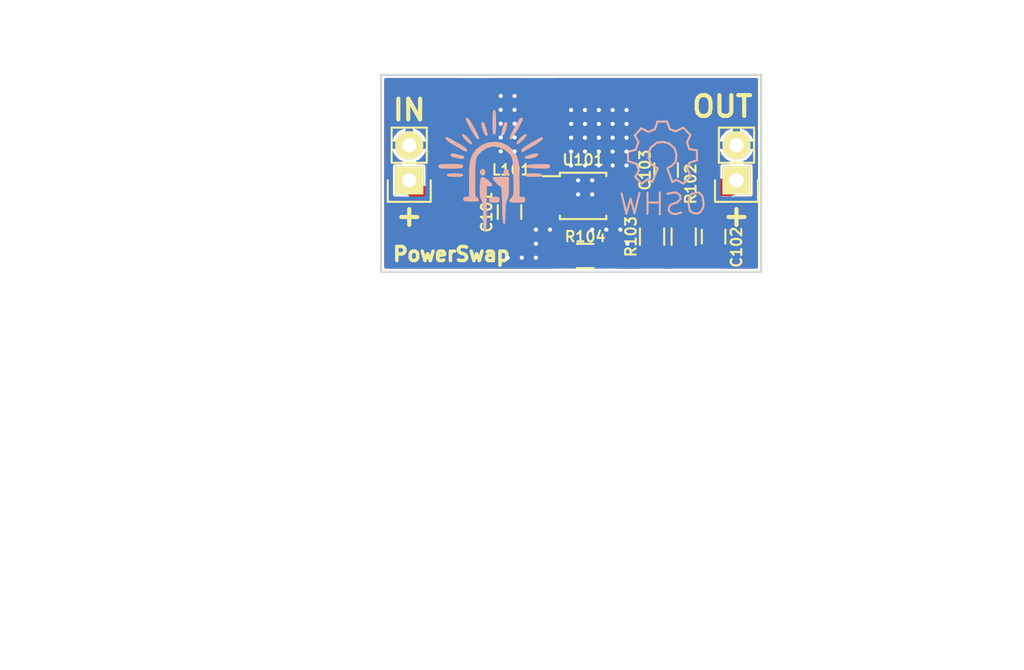
<source format=kicad_pcb>
(kicad_pcb (version 4) (host pcbnew 4.0.3+e1-6302~38~ubuntu16.04.1-stable)

  (general
    (links 0)
    (no_connects 0)
    (area 132.004999 80.188999 159.587001 94.563001)
    (thickness 1.6)
    (drawings 26)
    (tracks 44)
    (zones 0)
    (modules 61)
    (nets 7)
  )

  (page A4)
  (title_block
    (title "Project Title")
  )

  (layers
    (0 F.Cu signal)
    (31 B.Cu signal)
    (34 B.Paste user)
    (35 F.Paste user)
    (36 B.SilkS user)
    (37 F.SilkS user)
    (38 B.Mask user)
    (39 F.Mask user)
    (44 Edge.Cuts user)
    (46 B.CrtYd user)
    (47 F.CrtYd user)
    (48 B.Fab user)
    (49 F.Fab user)
  )

  (setup
    (last_trace_width 0.762)
    (user_trace_width 0.1524)
    (user_trace_width 0.254)
    (user_trace_width 0.3302)
    (user_trace_width 0.508)
    (user_trace_width 0.762)
    (user_trace_width 1.27)
    (trace_clearance 0.1524)
    (zone_clearance 0.1524)
    (zone_45_only no)
    (trace_min 0.1524)
    (segment_width 0.2)
    (edge_width 0.15)
    (via_size 0.6858)
    (via_drill 0.3302)
    (via_min_size 0.6858)
    (via_min_drill 0.3302)
    (user_via 0.6858 0.3302)
    (user_via 0.762 0.4064)
    (user_via 0.8636 0.508)
    (uvia_size 0.6858)
    (uvia_drill 0.3302)
    (uvias_allowed no)
    (uvia_min_size 0)
    (uvia_min_drill 0)
    (pcb_text_width 0.3)
    (pcb_text_size 1.5 1.5)
    (mod_edge_width 0.15)
    (mod_text_size 0.762 0.762)
    (mod_text_width 0.15)
    (pad_size 0.6 0.6)
    (pad_drill 0.3)
    (pad_to_mask_clearance 0.2)
    (aux_axis_origin 0 0)
    (visible_elements FFFECF7D)
    (pcbplotparams
      (layerselection 0x000fc_80000001)
      (usegerberextensions true)
      (excludeedgelayer true)
      (linewidth 0.100000)
      (plotframeref false)
      (viasonmask false)
      (mode 1)
      (useauxorigin false)
      (hpglpennumber 1)
      (hpglpenspeed 20)
      (hpglpendiameter 15)
      (hpglpenoverlay 2)
      (psnegative false)
      (psa4output false)
      (plotreference true)
      (plotvalue true)
      (plotinvisibletext false)
      (padsonsilk false)
      (subtractmaskfromsilk false)
      (outputformat 1)
      (mirror false)
      (drillshape 0)
      (scaleselection 1)
      (outputdirectory ""))
  )

  (net 0 "")
  (net 1 GND)
  (net 2 "Net-(C102-Pad2)")
  (net 3 "Net-(L101-Pad2)")
  (net 4 /Vin)
  (net 5 /Vout)
  (net 6 "Net-(R104-Pad1)")

  (net_class Default "This is the default net class."
    (clearance 0.1524)
    (trace_width 0.254)
    (via_dia 0.6858)
    (via_drill 0.3302)
    (uvia_dia 0.6858)
    (uvia_drill 0.3302)
    (add_net /Vin)
    (add_net /Vout)
    (add_net GND)
    (add_net "Net-(C102-Pad2)")
    (add_net "Net-(L101-Pad2)")
    (add_net "Net-(R104-Pad1)")
  )

  (module Housings_SSOP:MSOP-8_3x3mm_Pitch0.65mm (layer F.Cu) (tedit 54130A77) (tstamp 57AD1C54)
    (at 146.660762 89.005)
    (descr "8-Lead Plastic Micro Small Outline Package (MS) [MSOP] (see Microchip Packaging Specification 00000049BS.pdf)")
    (tags "SSOP 0.65")
    (path /57ACD5EA)
    (attr smd)
    (fp_text reference U101 (at 0 -2.6) (layer F.SilkS)
      (effects (font (size 0.762 0.762) (thickness 0.15)))
    )
    (fp_text value PAM2401 (at 0 2.6) (layer F.Fab)
      (effects (font (size 0.762 0.762) (thickness 0.15)))
    )
    (fp_line (start -3.2 -1.85) (end -3.2 1.85) (layer F.CrtYd) (width 0.05))
    (fp_line (start 3.2 -1.85) (end 3.2 1.85) (layer F.CrtYd) (width 0.05))
    (fp_line (start -3.2 -1.85) (end 3.2 -1.85) (layer F.CrtYd) (width 0.05))
    (fp_line (start -3.2 1.85) (end 3.2 1.85) (layer F.CrtYd) (width 0.05))
    (fp_line (start -1.675 -1.675) (end -1.675 -1.425) (layer F.SilkS) (width 0.15))
    (fp_line (start 1.675 -1.675) (end 1.675 -1.425) (layer F.SilkS) (width 0.15))
    (fp_line (start 1.675 1.675) (end 1.675 1.425) (layer F.SilkS) (width 0.15))
    (fp_line (start -1.675 1.675) (end -1.675 1.425) (layer F.SilkS) (width 0.15))
    (fp_line (start -1.675 -1.675) (end 1.675 -1.675) (layer F.SilkS) (width 0.15))
    (fp_line (start -1.675 1.675) (end 1.675 1.675) (layer F.SilkS) (width 0.15))
    (fp_line (start -1.675 -1.425) (end -2.925 -1.425) (layer F.SilkS) (width 0.15))
    (pad 1 smd rect (at -2.2 -0.975) (size 1.45 0.45) (layers F.Cu F.Paste F.Mask)
      (net 3 "Net-(L101-Pad2)"))
    (pad 2 smd rect (at -2.2 -0.325) (size 1.45 0.45) (layers F.Cu F.Paste F.Mask)
      (net 4 /Vin))
    (pad 3 smd rect (at -2.2 0.325) (size 1.45 0.45) (layers F.Cu F.Paste F.Mask)
      (net 4 /Vin))
    (pad 4 smd rect (at -2.2 0.975) (size 1.45 0.45) (layers F.Cu F.Paste F.Mask)
      (net 1 GND))
    (pad 5 smd rect (at 2.2 0.975) (size 1.45 0.45) (layers F.Cu F.Paste F.Mask)
      (net 2 "Net-(C102-Pad2)"))
    (pad 6 smd rect (at 2.2 0.325) (size 1.45 0.45) (layers F.Cu F.Paste F.Mask)
      (net 6 "Net-(R104-Pad1)"))
    (pad 7 smd rect (at 2.2 -0.325) (size 1.45 0.45) (layers F.Cu F.Paste F.Mask)
      (net 5 /Vout))
    (pad 8 smd rect (at 2.2 -0.975) (size 1.45 0.45) (layers F.Cu F.Paste F.Mask)
      (net 1 GND))
    (model Housings_SSOP.3dshapes/MSOP-8_3x3mm_Pitch0.65mm.wrl
      (at (xyz 0 0 0))
      (scale (xyz 1 1 1))
      (rotate (xyz 0 0 0))
    )
  )

  (module gl:VIA-0.6mm (layer F.Cu) (tedit 57AD2517) (tstamp 57AD264D)
    (at 146.304 87.884 270)
    (fp_text reference REF** (at 0 1.27 270) (layer F.SilkS) hide
      (effects (font (size 0.762 0.762) (thickness 0.15)))
    )
    (fp_text value VIA-0.6mm (at 0 -1.016 270) (layer F.Fab) hide
      (effects (font (size 0.762 0.762) (thickness 0.15)))
    )
    (pad 1 thru_hole circle (at 0 0 270) (size 0.6 0.6) (drill 0.3) (layers *.Cu)
      (net 1 GND) (zone_connect 2))
  )

  (module gl:VIA-0.6mm (layer F.Cu) (tedit 57AD2517) (tstamp 57AD263D)
    (at 147.32 87.884 270)
    (fp_text reference REF** (at 0 1.27 270) (layer F.SilkS) hide
      (effects (font (size 0.762 0.762) (thickness 0.15)))
    )
    (fp_text value VIA-0.6mm (at 0 -1.016 270) (layer F.Fab) hide
      (effects (font (size 0.762 0.762) (thickness 0.15)))
    )
    (pad 1 thru_hole circle (at 0 0 270) (size 0.6 0.6) (drill 0.3) (layers *.Cu)
      (net 1 GND) (zone_connect 2))
  )

  (module gl:VIA-0.6mm (layer F.Cu) (tedit 57AD2517) (tstamp 57AD2639)
    (at 147.32 88.9 270)
    (fp_text reference REF** (at 0 1.27 270) (layer F.SilkS) hide
      (effects (font (size 0.762 0.762) (thickness 0.15)))
    )
    (fp_text value VIA-0.6mm (at 0 -1.016 270) (layer F.Fab) hide
      (effects (font (size 0.762 0.762) (thickness 0.15)))
    )
    (pad 1 thru_hole circle (at 0 0 270) (size 0.6 0.6) (drill 0.3) (layers *.Cu)
      (net 1 GND) (zone_connect 2))
  )

  (module gl:VIA-0.6mm (layer F.Cu) (tedit 57AD2517) (tstamp 57AD2649)
    (at 146.304 88.9 270)
    (fp_text reference REF** (at 0 1.27 270) (layer F.SilkS) hide
      (effects (font (size 0.762 0.762) (thickness 0.15)))
    )
    (fp_text value VIA-0.6mm (at 0 -1.016 270) (layer F.Fab) hide
      (effects (font (size 0.762 0.762) (thickness 0.15)))
    )
    (pad 1 thru_hole circle (at 0 0 270) (size 0.6 0.6) (drill 0.3) (layers *.Cu)
      (net 1 GND) (zone_connect 2))
  )

  (module gl:VIA-0.6mm (layer F.Cu) (tedit 57AD2517) (tstamp 57AD26B4)
    (at 140.716 85.788)
    (fp_text reference REF** (at 0 1.27) (layer F.SilkS) hide
      (effects (font (size 0.762 0.762) (thickness 0.15)))
    )
    (fp_text value VIA-0.6mm (at 0 -1.016) (layer F.Fab) hide
      (effects (font (size 0.762 0.762) (thickness 0.15)))
    )
    (pad 1 thru_hole circle (at 0 0) (size 0.6 0.6) (drill 0.3) (layers *.Cu)
      (net 1 GND) (zone_connect 2))
  )

  (module gl:VIA-0.6mm (layer F.Cu) (tedit 57AD2517) (tstamp 57AD26B0)
    (at 140.716 82.788)
    (fp_text reference REF** (at 0 1.27) (layer F.SilkS) hide
      (effects (font (size 0.762 0.762) (thickness 0.15)))
    )
    (fp_text value VIA-0.6mm (at 0 -1.016) (layer F.Fab) hide
      (effects (font (size 0.762 0.762) (thickness 0.15)))
    )
    (pad 1 thru_hole circle (at 0 0) (size 0.6 0.6) (drill 0.3) (layers *.Cu)
      (net 1 GND) (zone_connect 2))
  )

  (module gl:VIA-0.6mm (layer F.Cu) (tedit 57AD2517) (tstamp 57AD26AC)
    (at 140.716 84.788)
    (fp_text reference REF** (at 0 1.27) (layer F.SilkS) hide
      (effects (font (size 0.762 0.762) (thickness 0.15)))
    )
    (fp_text value VIA-0.6mm (at 0 -1.016) (layer F.Fab) hide
      (effects (font (size 0.762 0.762) (thickness 0.15)))
    )
    (pad 1 thru_hole circle (at 0 0) (size 0.6 0.6) (drill 0.3) (layers *.Cu)
      (net 1 GND) (zone_connect 2))
  )

  (module gl:VIA-0.6mm (layer F.Cu) (tedit 57AD2517) (tstamp 57AD26A8)
    (at 140.716 83.788)
    (fp_text reference REF** (at 0 1.27) (layer F.SilkS) hide
      (effects (font (size 0.762 0.762) (thickness 0.15)))
    )
    (fp_text value VIA-0.6mm (at 0 -1.016) (layer F.Fab) hide
      (effects (font (size 0.762 0.762) (thickness 0.15)))
    )
    (pad 1 thru_hole circle (at 0 0) (size 0.6 0.6) (drill 0.3) (layers *.Cu)
      (net 1 GND) (zone_connect 2))
  )

  (module gl:VIA-0.6mm (layer F.Cu) (tedit 57AD2517) (tstamp 57AD26A4)
    (at 140.716 81.788)
    (fp_text reference REF** (at 0 1.27) (layer F.SilkS) hide
      (effects (font (size 0.762 0.762) (thickness 0.15)))
    )
    (fp_text value VIA-0.6mm (at 0 -1.016) (layer F.Fab) hide
      (effects (font (size 0.762 0.762) (thickness 0.15)))
    )
    (pad 1 thru_hole circle (at 0 0) (size 0.6 0.6) (drill 0.3) (layers *.Cu)
      (net 1 GND) (zone_connect 2))
  )

  (module gl:VIA-0.6mm (layer F.Cu) (tedit 57AD2517) (tstamp 57AD26A0)
    (at 141.716 83.788)
    (fp_text reference REF** (at 0 1.27) (layer F.SilkS) hide
      (effects (font (size 0.762 0.762) (thickness 0.15)))
    )
    (fp_text value VIA-0.6mm (at 0 -1.016) (layer F.Fab) hide
      (effects (font (size 0.762 0.762) (thickness 0.15)))
    )
    (pad 1 thru_hole circle (at 0 0) (size 0.6 0.6) (drill 0.3) (layers *.Cu)
      (net 1 GND) (zone_connect 2))
  )

  (module gl:VIA-0.6mm (layer F.Cu) (tedit 57AD2517) (tstamp 57AD269C)
    (at 141.716 85.788)
    (fp_text reference REF** (at 0 1.27) (layer F.SilkS) hide
      (effects (font (size 0.762 0.762) (thickness 0.15)))
    )
    (fp_text value VIA-0.6mm (at 0 -1.016) (layer F.Fab) hide
      (effects (font (size 0.762 0.762) (thickness 0.15)))
    )
    (pad 1 thru_hole circle (at 0 0) (size 0.6 0.6) (drill 0.3) (layers *.Cu)
      (net 1 GND) (zone_connect 2))
  )

  (module gl:VIA-0.6mm (layer F.Cu) (tedit 57AD2517) (tstamp 57AD2698)
    (at 141.716 84.788)
    (fp_text reference REF** (at 0 1.27) (layer F.SilkS) hide
      (effects (font (size 0.762 0.762) (thickness 0.15)))
    )
    (fp_text value VIA-0.6mm (at 0 -1.016) (layer F.Fab) hide
      (effects (font (size 0.762 0.762) (thickness 0.15)))
    )
    (pad 1 thru_hole circle (at 0 0) (size 0.6 0.6) (drill 0.3) (layers *.Cu)
      (net 1 GND) (zone_connect 2))
  )

  (module gl:VIA-0.6mm (layer F.Cu) (tedit 57AD2517) (tstamp 57AD2694)
    (at 141.716 81.788)
    (fp_text reference REF** (at 0 1.27) (layer F.SilkS) hide
      (effects (font (size 0.762 0.762) (thickness 0.15)))
    )
    (fp_text value VIA-0.6mm (at 0 -1.016) (layer F.Fab) hide
      (effects (font (size 0.762 0.762) (thickness 0.15)))
    )
    (pad 1 thru_hole circle (at 0 0) (size 0.6 0.6) (drill 0.3) (layers *.Cu)
      (net 1 GND) (zone_connect 2))
  )

  (module gl:VIA-0.6mm (layer F.Cu) (tedit 57AD2517) (tstamp 57AD2690)
    (at 141.716 82.788)
    (fp_text reference REF** (at 0 1.27) (layer F.SilkS) hide
      (effects (font (size 0.762 0.762) (thickness 0.15)))
    )
    (fp_text value VIA-0.6mm (at 0 -1.016) (layer F.Fab) hide
      (effects (font (size 0.762 0.762) (thickness 0.15)))
    )
    (pad 1 thru_hole circle (at 0 0) (size 0.6 0.6) (drill 0.3) (layers *.Cu)
      (net 1 GND) (zone_connect 2))
  )

  (module gl:VIA-0.6mm (layer F.Cu) (tedit 57AD2517) (tstamp 57AD2635)
    (at 142.24 93.472 180)
    (fp_text reference REF** (at 0 1.27 180) (layer F.SilkS) hide
      (effects (font (size 0.762 0.762) (thickness 0.15)))
    )
    (fp_text value VIA-0.6mm (at 0 -1.016 180) (layer F.Fab) hide
      (effects (font (size 0.762 0.762) (thickness 0.15)))
    )
    (pad 1 thru_hole circle (at 0 0 180) (size 0.6 0.6) (drill 0.3) (layers *.Cu)
      (net 1 GND) (zone_connect 2))
  )

  (module gl:VIA-0.6mm (layer F.Cu) (tedit 57AD2517) (tstamp 57AD2631)
    (at 141.224 93.472 180)
    (fp_text reference REF** (at 0 1.27 180) (layer F.SilkS) hide
      (effects (font (size 0.762 0.762) (thickness 0.15)))
    )
    (fp_text value VIA-0.6mm (at 0 -1.016 180) (layer F.Fab) hide
      (effects (font (size 0.762 0.762) (thickness 0.15)))
    )
    (pad 1 thru_hole circle (at 0 0 180) (size 0.6 0.6) (drill 0.3) (layers *.Cu)
      (net 1 GND) (zone_connect 2))
  )

  (module gl:VIA-0.6mm (layer F.Cu) (tedit 57AD2517) (tstamp 57AD262D)
    (at 143.256 93.472 90)
    (fp_text reference REF** (at 0 1.27 90) (layer F.SilkS) hide
      (effects (font (size 0.762 0.762) (thickness 0.15)))
    )
    (fp_text value VIA-0.6mm (at 0 -1.016 90) (layer F.Fab) hide
      (effects (font (size 0.762 0.762) (thickness 0.15)))
    )
    (pad 1 thru_hole circle (at 0 0 90) (size 0.6 0.6) (drill 0.3) (layers *.Cu)
      (net 1 GND) (zone_connect 2))
  )

  (module gl:VIA-0.6mm (layer F.Cu) (tedit 57AD2517) (tstamp 57AD2629)
    (at 143.256 92.456 90)
    (fp_text reference REF** (at 0 1.27 90) (layer F.SilkS) hide
      (effects (font (size 0.762 0.762) (thickness 0.15)))
    )
    (fp_text value VIA-0.6mm (at 0 -1.016 90) (layer F.Fab) hide
      (effects (font (size 0.762 0.762) (thickness 0.15)))
    )
    (pad 1 thru_hole circle (at 0 0 90) (size 0.6 0.6) (drill 0.3) (layers *.Cu)
      (net 1 GND) (zone_connect 2))
  )

  (module gl:VIA-0.6mm (layer F.Cu) (tedit 57AD2517) (tstamp 57AD2625)
    (at 143.256 91.44)
    (fp_text reference REF** (at 0 1.27) (layer F.SilkS) hide
      (effects (font (size 0.762 0.762) (thickness 0.15)))
    )
    (fp_text value VIA-0.6mm (at 0 -1.016) (layer F.Fab) hide
      (effects (font (size 0.762 0.762) (thickness 0.15)))
    )
    (pad 1 thru_hole circle (at 0 0) (size 0.6 0.6) (drill 0.3) (layers *.Cu)
      (net 1 GND) (zone_connect 2))
  )

  (module gl:VIA-0.6mm (layer F.Cu) (tedit 57AD2517) (tstamp 57AD2621)
    (at 144.272 91.44)
    (fp_text reference REF** (at 0 1.27) (layer F.SilkS) hide
      (effects (font (size 0.762 0.762) (thickness 0.15)))
    )
    (fp_text value VIA-0.6mm (at 0 -1.016) (layer F.Fab) hide
      (effects (font (size 0.762 0.762) (thickness 0.15)))
    )
    (pad 1 thru_hole circle (at 0 0) (size 0.6 0.6) (drill 0.3) (layers *.Cu)
      (net 1 GND) (zone_connect 2))
  )

  (module gl:VIA-0.6mm (layer F.Cu) (tedit 57AD2517) (tstamp 57AD25B2)
    (at 149.796 86.804)
    (fp_text reference REF** (at 0 1.27) (layer F.SilkS) hide
      (effects (font (size 0.762 0.762) (thickness 0.15)))
    )
    (fp_text value VIA-0.6mm (at 0 -1.016) (layer F.Fab) hide
      (effects (font (size 0.762 0.762) (thickness 0.15)))
    )
    (pad 1 thru_hole circle (at 0 0) (size 0.6 0.6) (drill 0.3) (layers *.Cu)
      (net 1 GND) (zone_connect 2))
  )

  (module gl:VIA-0.6mm (layer F.Cu) (tedit 57AD2517) (tstamp 57AD25AE)
    (at 148.796 86.804)
    (fp_text reference REF** (at 0 1.27) (layer F.SilkS) hide
      (effects (font (size 0.762 0.762) (thickness 0.15)))
    )
    (fp_text value VIA-0.6mm (at 0 -1.016) (layer F.Fab) hide
      (effects (font (size 0.762 0.762) (thickness 0.15)))
    )
    (pad 1 thru_hole circle (at 0 0) (size 0.6 0.6) (drill 0.3) (layers *.Cu)
      (net 1 GND) (zone_connect 2))
  )

  (module gl:VIA-0.6mm (layer F.Cu) (tedit 57AD2517) (tstamp 57AD25AA)
    (at 147.796 86.804)
    (fp_text reference REF** (at 0 1.27) (layer F.SilkS) hide
      (effects (font (size 0.762 0.762) (thickness 0.15)))
    )
    (fp_text value VIA-0.6mm (at 0 -1.016) (layer F.Fab) hide
      (effects (font (size 0.762 0.762) (thickness 0.15)))
    )
    (pad 1 thru_hole circle (at 0 0) (size 0.6 0.6) (drill 0.3) (layers *.Cu)
      (net 1 GND) (zone_connect 2))
  )

  (module gl:VIA-0.6mm (layer F.Cu) (tedit 57AD2517) (tstamp 57AD25A6)
    (at 146.796 86.804)
    (fp_text reference REF** (at 0 1.27) (layer F.SilkS) hide
      (effects (font (size 0.762 0.762) (thickness 0.15)))
    )
    (fp_text value VIA-0.6mm (at 0 -1.016) (layer F.Fab) hide
      (effects (font (size 0.762 0.762) (thickness 0.15)))
    )
    (pad 1 thru_hole circle (at 0 0) (size 0.6 0.6) (drill 0.3) (layers *.Cu)
      (net 1 GND) (zone_connect 2))
  )

  (module gl:VIA-0.6mm (layer F.Cu) (tedit 57AD2517) (tstamp 57AD25A2)
    (at 145.796 86.804)
    (fp_text reference REF** (at 0 1.27) (layer F.SilkS) hide
      (effects (font (size 0.762 0.762) (thickness 0.15)))
    )
    (fp_text value VIA-0.6mm (at 0 -1.016) (layer F.Fab) hide
      (effects (font (size 0.762 0.762) (thickness 0.15)))
    )
    (pad 1 thru_hole circle (at 0 0) (size 0.6 0.6) (drill 0.3) (layers *.Cu)
      (net 1 GND) (zone_connect 2))
  )

  (module gl:VIA-0.6mm (layer F.Cu) (tedit 57AD2517) (tstamp 57AD259E)
    (at 149.796 85.804)
    (fp_text reference REF** (at 0 1.27) (layer F.SilkS) hide
      (effects (font (size 0.762 0.762) (thickness 0.15)))
    )
    (fp_text value VIA-0.6mm (at 0 -1.016) (layer F.Fab) hide
      (effects (font (size 0.762 0.762) (thickness 0.15)))
    )
    (pad 1 thru_hole circle (at 0 0) (size 0.6 0.6) (drill 0.3) (layers *.Cu)
      (net 1 GND) (zone_connect 2))
  )

  (module gl:VIA-0.6mm (layer F.Cu) (tedit 57AD2517) (tstamp 57AD259A)
    (at 148.796 85.804)
    (fp_text reference REF** (at 0 1.27) (layer F.SilkS) hide
      (effects (font (size 0.762 0.762) (thickness 0.15)))
    )
    (fp_text value VIA-0.6mm (at 0 -1.016) (layer F.Fab) hide
      (effects (font (size 0.762 0.762) (thickness 0.15)))
    )
    (pad 1 thru_hole circle (at 0 0) (size 0.6 0.6) (drill 0.3) (layers *.Cu)
      (net 1 GND) (zone_connect 2))
  )

  (module gl:VIA-0.6mm (layer F.Cu) (tedit 57AD2517) (tstamp 57AD2596)
    (at 147.796 85.804)
    (fp_text reference REF** (at 0 1.27) (layer F.SilkS) hide
      (effects (font (size 0.762 0.762) (thickness 0.15)))
    )
    (fp_text value VIA-0.6mm (at 0 -1.016) (layer F.Fab) hide
      (effects (font (size 0.762 0.762) (thickness 0.15)))
    )
    (pad 1 thru_hole circle (at 0 0) (size 0.6 0.6) (drill 0.3) (layers *.Cu)
      (net 1 GND) (zone_connect 2))
  )

  (module gl:VIA-0.6mm (layer F.Cu) (tedit 57AD2517) (tstamp 57AD2592)
    (at 146.796 85.804)
    (fp_text reference REF** (at 0 1.27) (layer F.SilkS) hide
      (effects (font (size 0.762 0.762) (thickness 0.15)))
    )
    (fp_text value VIA-0.6mm (at 0 -1.016) (layer F.Fab) hide
      (effects (font (size 0.762 0.762) (thickness 0.15)))
    )
    (pad 1 thru_hole circle (at 0 0) (size 0.6 0.6) (drill 0.3) (layers *.Cu)
      (net 1 GND) (zone_connect 2))
  )

  (module gl:VIA-0.6mm (layer F.Cu) (tedit 57AD2517) (tstamp 57AD258E)
    (at 145.796 85.804)
    (fp_text reference REF** (at 0 1.27) (layer F.SilkS) hide
      (effects (font (size 0.762 0.762) (thickness 0.15)))
    )
    (fp_text value VIA-0.6mm (at 0 -1.016) (layer F.Fab) hide
      (effects (font (size 0.762 0.762) (thickness 0.15)))
    )
    (pad 1 thru_hole circle (at 0 0) (size 0.6 0.6) (drill 0.3) (layers *.Cu)
      (net 1 GND) (zone_connect 2))
  )

  (module gl:VIA-0.6mm (layer F.Cu) (tedit 57AD2517) (tstamp 57AD258A)
    (at 149.796 84.804)
    (fp_text reference REF** (at 0 1.27) (layer F.SilkS) hide
      (effects (font (size 0.762 0.762) (thickness 0.15)))
    )
    (fp_text value VIA-0.6mm (at 0 -1.016) (layer F.Fab) hide
      (effects (font (size 0.762 0.762) (thickness 0.15)))
    )
    (pad 1 thru_hole circle (at 0 0) (size 0.6 0.6) (drill 0.3) (layers *.Cu)
      (net 1 GND) (zone_connect 2))
  )

  (module gl:VIA-0.6mm (layer F.Cu) (tedit 57AD2517) (tstamp 57AD2586)
    (at 148.796 84.804)
    (fp_text reference REF** (at 0 1.27) (layer F.SilkS) hide
      (effects (font (size 0.762 0.762) (thickness 0.15)))
    )
    (fp_text value VIA-0.6mm (at 0 -1.016) (layer F.Fab) hide
      (effects (font (size 0.762 0.762) (thickness 0.15)))
    )
    (pad 1 thru_hole circle (at 0 0) (size 0.6 0.6) (drill 0.3) (layers *.Cu)
      (net 1 GND) (zone_connect 2))
  )

  (module gl:VIA-0.6mm (layer F.Cu) (tedit 57AD2517) (tstamp 57AD2582)
    (at 147.796 84.804)
    (fp_text reference REF** (at 0 1.27) (layer F.SilkS) hide
      (effects (font (size 0.762 0.762) (thickness 0.15)))
    )
    (fp_text value VIA-0.6mm (at 0 -1.016) (layer F.Fab) hide
      (effects (font (size 0.762 0.762) (thickness 0.15)))
    )
    (pad 1 thru_hole circle (at 0 0) (size 0.6 0.6) (drill 0.3) (layers *.Cu)
      (net 1 GND) (zone_connect 2))
  )

  (module gl:VIA-0.6mm (layer F.Cu) (tedit 57AD2517) (tstamp 57AD257E)
    (at 146.796 84.804)
    (fp_text reference REF** (at 0 1.27) (layer F.SilkS) hide
      (effects (font (size 0.762 0.762) (thickness 0.15)))
    )
    (fp_text value VIA-0.6mm (at 0 -1.016) (layer F.Fab) hide
      (effects (font (size 0.762 0.762) (thickness 0.15)))
    )
    (pad 1 thru_hole circle (at 0 0) (size 0.6 0.6) (drill 0.3) (layers *.Cu)
      (net 1 GND) (zone_connect 2))
  )

  (module gl:VIA-0.6mm (layer F.Cu) (tedit 57AD2517) (tstamp 57AD257A)
    (at 145.796 84.804)
    (fp_text reference REF** (at 0 1.27) (layer F.SilkS) hide
      (effects (font (size 0.762 0.762) (thickness 0.15)))
    )
    (fp_text value VIA-0.6mm (at 0 -1.016) (layer F.Fab) hide
      (effects (font (size 0.762 0.762) (thickness 0.15)))
    )
    (pad 1 thru_hole circle (at 0 0) (size 0.6 0.6) (drill 0.3) (layers *.Cu)
      (net 1 GND) (zone_connect 2))
  )

  (module gl:VIA-0.6mm (layer F.Cu) (tedit 57AD2517) (tstamp 57AD2576)
    (at 149.796 83.804)
    (fp_text reference REF** (at 0 1.27) (layer F.SilkS) hide
      (effects (font (size 0.762 0.762) (thickness 0.15)))
    )
    (fp_text value VIA-0.6mm (at 0 -1.016) (layer F.Fab) hide
      (effects (font (size 0.762 0.762) (thickness 0.15)))
    )
    (pad 1 thru_hole circle (at 0 0) (size 0.6 0.6) (drill 0.3) (layers *.Cu)
      (net 1 GND) (zone_connect 2))
  )

  (module gl:VIA-0.6mm (layer F.Cu) (tedit 57AD2517) (tstamp 57AD2572)
    (at 148.796 83.804)
    (fp_text reference REF** (at 0 1.27) (layer F.SilkS) hide
      (effects (font (size 0.762 0.762) (thickness 0.15)))
    )
    (fp_text value VIA-0.6mm (at 0 -1.016) (layer F.Fab) hide
      (effects (font (size 0.762 0.762) (thickness 0.15)))
    )
    (pad 1 thru_hole circle (at 0 0) (size 0.6 0.6) (drill 0.3) (layers *.Cu)
      (net 1 GND) (zone_connect 2))
  )

  (module gl:VIA-0.6mm (layer F.Cu) (tedit 57AD2517) (tstamp 57AD256E)
    (at 147.796 83.804)
    (fp_text reference REF** (at 0 1.27) (layer F.SilkS) hide
      (effects (font (size 0.762 0.762) (thickness 0.15)))
    )
    (fp_text value VIA-0.6mm (at 0 -1.016) (layer F.Fab) hide
      (effects (font (size 0.762 0.762) (thickness 0.15)))
    )
    (pad 1 thru_hole circle (at 0 0) (size 0.6 0.6) (drill 0.3) (layers *.Cu)
      (net 1 GND) (zone_connect 2))
  )

  (module gl:VIA-0.6mm (layer F.Cu) (tedit 57AD2517) (tstamp 57AD256A)
    (at 146.796 83.804)
    (fp_text reference REF** (at 0 1.27) (layer F.SilkS) hide
      (effects (font (size 0.762 0.762) (thickness 0.15)))
    )
    (fp_text value VIA-0.6mm (at 0 -1.016) (layer F.Fab) hide
      (effects (font (size 0.762 0.762) (thickness 0.15)))
    )
    (pad 1 thru_hole circle (at 0 0) (size 0.6 0.6) (drill 0.3) (layers *.Cu)
      (net 1 GND) (zone_connect 2))
  )

  (module gl:VIA-0.6mm (layer F.Cu) (tedit 57AD2517) (tstamp 57AD2566)
    (at 145.796 83.804)
    (fp_text reference REF** (at 0 1.27) (layer F.SilkS) hide
      (effects (font (size 0.762 0.762) (thickness 0.15)))
    )
    (fp_text value VIA-0.6mm (at 0 -1.016) (layer F.Fab) hide
      (effects (font (size 0.762 0.762) (thickness 0.15)))
    )
    (pad 1 thru_hole circle (at 0 0) (size 0.6 0.6) (drill 0.3) (layers *.Cu)
      (net 1 GND) (zone_connect 2))
  )

  (module gl:VIA-0.6mm (layer F.Cu) (tedit 57AD2517) (tstamp 57AD2562)
    (at 149.796 82.804)
    (fp_text reference REF** (at 0 1.27) (layer F.SilkS) hide
      (effects (font (size 0.762 0.762) (thickness 0.15)))
    )
    (fp_text value VIA-0.6mm (at 0 -1.016) (layer F.Fab) hide
      (effects (font (size 0.762 0.762) (thickness 0.15)))
    )
    (pad 1 thru_hole circle (at 0 0) (size 0.6 0.6) (drill 0.3) (layers *.Cu)
      (net 1 GND) (zone_connect 2))
  )

  (module gl:VIA-0.6mm (layer F.Cu) (tedit 57AD2517) (tstamp 57AD255E)
    (at 148.796 82.804)
    (fp_text reference REF** (at 0 1.27) (layer F.SilkS) hide
      (effects (font (size 0.762 0.762) (thickness 0.15)))
    )
    (fp_text value VIA-0.6mm (at 0 -1.016) (layer F.Fab) hide
      (effects (font (size 0.762 0.762) (thickness 0.15)))
    )
    (pad 1 thru_hole circle (at 0 0) (size 0.6 0.6) (drill 0.3) (layers *.Cu)
      (net 1 GND) (zone_connect 2))
  )

  (module gl:VIA-0.6mm (layer F.Cu) (tedit 57AD2517) (tstamp 57AD255A)
    (at 147.796 82.804)
    (fp_text reference REF** (at 0 1.27) (layer F.SilkS) hide
      (effects (font (size 0.762 0.762) (thickness 0.15)))
    )
    (fp_text value VIA-0.6mm (at 0 -1.016) (layer F.Fab) hide
      (effects (font (size 0.762 0.762) (thickness 0.15)))
    )
    (pad 1 thru_hole circle (at 0 0) (size 0.6 0.6) (drill 0.3) (layers *.Cu)
      (net 1 GND) (zone_connect 2))
  )

  (module gl:VIA-0.6mm (layer F.Cu) (tedit 57AD2517) (tstamp 57AD2556)
    (at 146.796 82.804)
    (fp_text reference REF** (at 0 1.27) (layer F.SilkS) hide
      (effects (font (size 0.762 0.762) (thickness 0.15)))
    )
    (fp_text value VIA-0.6mm (at 0 -1.016) (layer F.Fab) hide
      (effects (font (size 0.762 0.762) (thickness 0.15)))
    )
    (pad 1 thru_hole circle (at 0 0) (size 0.6 0.6) (drill 0.3) (layers *.Cu)
      (net 1 GND) (zone_connect 2))
  )

  (module gl:VIA-0.6mm (layer F.Cu) (tedit 57AD2517) (tstamp 57AD2540)
    (at 145.796 82.804)
    (fp_text reference REF** (at 0 1.27) (layer F.SilkS) hide
      (effects (font (size 0.762 0.762) (thickness 0.15)))
    )
    (fp_text value VIA-0.6mm (at 0 -1.016) (layer F.Fab) hide
      (effects (font (size 0.762 0.762) (thickness 0.15)))
    )
    (pad 1 thru_hole circle (at 0 0) (size 0.6 0.6) (drill 0.3) (layers *.Cu)
      (net 1 GND) (zone_connect 2))
  )

  (module gl:VIA-0.6mm (layer F.Cu) (tedit 57AD2517) (tstamp 57AD253C)
    (at 149.86 92.456)
    (fp_text reference REF** (at 0 1.27) (layer F.SilkS) hide
      (effects (font (size 0.762 0.762) (thickness 0.15)))
    )
    (fp_text value VIA-0.6mm (at 0 -1.016) (layer F.Fab) hide
      (effects (font (size 0.762 0.762) (thickness 0.15)))
    )
    (pad 1 thru_hole circle (at 0 0) (size 0.6 0.6) (drill 0.3) (layers *.Cu)
      (net 1 GND) (zone_connect 2))
  )

  (module gl:VIA-0.6mm (layer F.Cu) (tedit 57AD2517) (tstamp 57AD2538)
    (at 147.32 91.44)
    (fp_text reference REF** (at 0 1.27) (layer F.SilkS) hide
      (effects (font (size 0.762 0.762) (thickness 0.15)))
    )
    (fp_text value VIA-0.6mm (at 0 -1.016) (layer F.Fab) hide
      (effects (font (size 0.762 0.762) (thickness 0.15)))
    )
    (pad 1 thru_hole circle (at 0 0) (size 0.6 0.6) (drill 0.3) (layers *.Cu)
      (net 1 GND) (zone_connect 2))
  )

  (module gl:VIA-0.6mm (layer F.Cu) (tedit 57AD2517) (tstamp 57AD2534)
    (at 149.352 91.44)
    (fp_text reference REF** (at 0 1.27) (layer F.SilkS) hide
      (effects (font (size 0.762 0.762) (thickness 0.15)))
    )
    (fp_text value VIA-0.6mm (at 0 -1.016) (layer F.Fab) hide
      (effects (font (size 0.762 0.762) (thickness 0.15)))
    )
    (pad 1 thru_hole circle (at 0 0) (size 0.6 0.6) (drill 0.3) (layers *.Cu)
      (net 1 GND) (zone_connect 2))
  )

  (module gl:VIA-0.6mm (layer F.Cu) (tedit 57AD2517) (tstamp 57AD252D)
    (at 148.336 91.44)
    (fp_text reference REF** (at 0 1.27) (layer F.SilkS) hide
      (effects (font (size 0.762 0.762) (thickness 0.15)))
    )
    (fp_text value VIA-0.6mm (at 0 -1.016) (layer F.Fab) hide
      (effects (font (size 0.762 0.762) (thickness 0.15)))
    )
    (pad 1 thru_hole circle (at 0 0) (size 0.6 0.6) (drill 0.3) (layers *.Cu)
      (net 1 GND) (zone_connect 2))
  )

  (module Capacitors_SMD:C_0805_HandSoldering (layer F.Cu) (tedit 541A9B8D) (tstamp 57AD1C1E)
    (at 141.351 90.17 270)
    (descr "Capacitor SMD 0805, hand soldering")
    (tags "capacitor 0805")
    (path /57ACDB46)
    (attr smd)
    (fp_text reference C101 (at 0 1.651 270) (layer F.SilkS)
      (effects (font (size 0.762 0.762) (thickness 0.15)))
    )
    (fp_text value 10uf (at 0 2.1 270) (layer F.Fab)
      (effects (font (size 0.762 0.762) (thickness 0.15)))
    )
    (fp_line (start -2.3 -1) (end 2.3 -1) (layer F.CrtYd) (width 0.05))
    (fp_line (start -2.3 1) (end 2.3 1) (layer F.CrtYd) (width 0.05))
    (fp_line (start -2.3 -1) (end -2.3 1) (layer F.CrtYd) (width 0.05))
    (fp_line (start 2.3 -1) (end 2.3 1) (layer F.CrtYd) (width 0.05))
    (fp_line (start 0.5 -0.85) (end -0.5 -0.85) (layer F.SilkS) (width 0.15))
    (fp_line (start -0.5 0.85) (end 0.5 0.85) (layer F.SilkS) (width 0.15))
    (pad 1 smd rect (at -1.25 0 270) (size 1.5 1.25) (layers F.Cu F.Paste F.Mask)
      (net 4 /Vin))
    (pad 2 smd rect (at 1.25 0 270) (size 1.5 1.25) (layers F.Cu F.Paste F.Mask)
      (net 1 GND))
    (model Capacitors_SMD.3dshapes/C_0805_HandSoldering.wrl
      (at (xyz 0 0 0))
      (scale (xyz 1 1 1))
      (rotate (xyz 0 0 0))
    )
  )

  (module Capacitors_SMD:C_0805_HandSoldering (layer F.Cu) (tedit 541A9B8D) (tstamp 57AD1C24)
    (at 156.083 91.948 270)
    (descr "Capacitor SMD 0805, hand soldering")
    (tags "capacitor 0805")
    (path /57ACD81F)
    (attr smd)
    (fp_text reference C102 (at 0.762 -1.651 270) (layer F.SilkS)
      (effects (font (size 0.762 0.762) (thickness 0.15)))
    )
    (fp_text value NP (at 0 2.1 270) (layer F.Fab)
      (effects (font (size 0.762 0.762) (thickness 0.15)))
    )
    (fp_line (start -2.3 -1) (end 2.3 -1) (layer F.CrtYd) (width 0.05))
    (fp_line (start -2.3 1) (end 2.3 1) (layer F.CrtYd) (width 0.05))
    (fp_line (start -2.3 -1) (end -2.3 1) (layer F.CrtYd) (width 0.05))
    (fp_line (start 2.3 -1) (end 2.3 1) (layer F.CrtYd) (width 0.05))
    (fp_line (start 0.5 -0.85) (end -0.5 -0.85) (layer F.SilkS) (width 0.15))
    (fp_line (start -0.5 0.85) (end 0.5 0.85) (layer F.SilkS) (width 0.15))
    (pad 1 smd rect (at -1.25 0 270) (size 1.5 1.25) (layers F.Cu F.Paste F.Mask)
      (net 5 /Vout))
    (pad 2 smd rect (at 1.25 0 270) (size 1.5 1.25) (layers F.Cu F.Paste F.Mask)
      (net 2 "Net-(C102-Pad2)"))
    (model Capacitors_SMD.3dshapes/C_0805_HandSoldering.wrl
      (at (xyz 0 0 0))
      (scale (xyz 1 1 1))
      (rotate (xyz 0 0 0))
    )
  )

  (module Capacitors_SMD:C_0805_HandSoldering (layer F.Cu) (tedit 541A9B8D) (tstamp 57AD1C2A)
    (at 152.654 87.142 90)
    (descr "Capacitor SMD 0805, hand soldering")
    (tags "capacitor 0805")
    (path /57ACFEE8)
    (attr smd)
    (fp_text reference C103 (at 0 -1.524 90) (layer F.SilkS)
      (effects (font (size 0.762 0.762) (thickness 0.15)))
    )
    (fp_text value 22uf (at 0 2.1 90) (layer F.Fab)
      (effects (font (size 0.762 0.762) (thickness 0.15)))
    )
    (fp_line (start -2.3 -1) (end 2.3 -1) (layer F.CrtYd) (width 0.05))
    (fp_line (start -2.3 1) (end 2.3 1) (layer F.CrtYd) (width 0.05))
    (fp_line (start -2.3 -1) (end -2.3 1) (layer F.CrtYd) (width 0.05))
    (fp_line (start 2.3 -1) (end 2.3 1) (layer F.CrtYd) (width 0.05))
    (fp_line (start 0.5 -0.85) (end -0.5 -0.85) (layer F.SilkS) (width 0.15))
    (fp_line (start -0.5 0.85) (end 0.5 0.85) (layer F.SilkS) (width 0.15))
    (pad 1 smd rect (at -1.25 0 90) (size 1.5 1.25) (layers F.Cu F.Paste F.Mask)
      (net 5 /Vout))
    (pad 2 smd rect (at 1.25 0 90) (size 1.5 1.25) (layers F.Cu F.Paste F.Mask)
      (net 1 GND))
    (model Capacitors_SMD.3dshapes/C_0805_HandSoldering.wrl
      (at (xyz 0 0 0))
      (scale (xyz 1 1 1))
      (rotate (xyz 0 0 0))
    )
  )

  (module Pin_Headers:Pin_Header_Straight_1x02 (layer F.Cu) (tedit 57AD271E) (tstamp 57AD1C30)
    (at 134.112 87.884 180)
    (descr "Through hole pin header")
    (tags "pin header")
    (path /57ACD9D1)
    (fp_text reference P101 (at 0 -5.1 180) (layer F.SilkS) hide
      (effects (font (size 0.762 0.762) (thickness 0.15)))
    )
    (fp_text value IN (at 0 -3.1 180) (layer F.Fab)
      (effects (font (size 0.762 0.762) (thickness 0.15)))
    )
    (fp_line (start 1.27 1.27) (end 1.27 3.81) (layer F.SilkS) (width 0.15))
    (fp_line (start 1.55 -1.55) (end 1.55 0) (layer F.SilkS) (width 0.15))
    (fp_line (start -1.75 -1.75) (end -1.75 4.3) (layer F.CrtYd) (width 0.05))
    (fp_line (start 1.75 -1.75) (end 1.75 4.3) (layer F.CrtYd) (width 0.05))
    (fp_line (start -1.75 -1.75) (end 1.75 -1.75) (layer F.CrtYd) (width 0.05))
    (fp_line (start -1.75 4.3) (end 1.75 4.3) (layer F.CrtYd) (width 0.05))
    (fp_line (start 1.27 1.27) (end -1.27 1.27) (layer F.SilkS) (width 0.15))
    (fp_line (start -1.55 0) (end -1.55 -1.55) (layer F.SilkS) (width 0.15))
    (fp_line (start -1.55 -1.55) (end 1.55 -1.55) (layer F.SilkS) (width 0.15))
    (fp_line (start -1.27 1.27) (end -1.27 3.81) (layer F.SilkS) (width 0.15))
    (fp_line (start -1.27 3.81) (end 1.27 3.81) (layer F.SilkS) (width 0.15))
    (pad 1 thru_hole rect (at 0 0 180) (size 2.032 2.032) (drill 1.016) (layers *.Cu *.Mask F.SilkS)
      (net 4 /Vin))
    (pad 2 thru_hole oval (at 0 2.54 180) (size 2.032 2.032) (drill 1.016) (layers *.Cu *.Mask F.SilkS)
      (net 1 GND))
    (model Pin_Headers.3dshapes/Pin_Header_Straight_1x02.wrl
      (at (xyz 0 -0.05 0))
      (scale (xyz 1 1 1))
      (rotate (xyz 0 0 90))
    )
  )

  (module Pin_Headers:Pin_Header_Straight_1x02 (layer F.Cu) (tedit 57AD270D) (tstamp 57AD1C36)
    (at 157.734 87.884 180)
    (descr "Through hole pin header")
    (tags "pin header")
    (path /57ACD92F)
    (fp_text reference P103 (at 0 4.318 180) (layer F.SilkS) hide
      (effects (font (size 0.762 0.762) (thickness 0.15)))
    )
    (fp_text value OUT (at 0 -3.1 180) (layer F.Fab)
      (effects (font (size 0.762 0.762) (thickness 0.15)))
    )
    (fp_line (start 1.27 1.27) (end 1.27 3.81) (layer F.SilkS) (width 0.15))
    (fp_line (start 1.55 -1.55) (end 1.55 0) (layer F.SilkS) (width 0.15))
    (fp_line (start -1.75 -1.75) (end -1.75 4.3) (layer F.CrtYd) (width 0.05))
    (fp_line (start 1.75 -1.75) (end 1.75 4.3) (layer F.CrtYd) (width 0.05))
    (fp_line (start -1.75 -1.75) (end 1.75 -1.75) (layer F.CrtYd) (width 0.05))
    (fp_line (start -1.75 4.3) (end 1.75 4.3) (layer F.CrtYd) (width 0.05))
    (fp_line (start 1.27 1.27) (end -1.27 1.27) (layer F.SilkS) (width 0.15))
    (fp_line (start -1.55 0) (end -1.55 -1.55) (layer F.SilkS) (width 0.15))
    (fp_line (start -1.55 -1.55) (end 1.55 -1.55) (layer F.SilkS) (width 0.15))
    (fp_line (start -1.27 1.27) (end -1.27 3.81) (layer F.SilkS) (width 0.15))
    (fp_line (start -1.27 3.81) (end 1.27 3.81) (layer F.SilkS) (width 0.15))
    (pad 1 thru_hole rect (at 0 0 180) (size 2.032 2.032) (drill 1.016) (layers *.Cu *.Mask F.SilkS)
      (net 5 /Vout))
    (pad 2 thru_hole oval (at 0 2.54 180) (size 2.032 2.032) (drill 1.016) (layers *.Cu *.Mask F.SilkS)
      (net 1 GND))
    (model Pin_Headers.3dshapes/Pin_Header_Straight_1x02.wrl
      (at (xyz 0 -0.05 0))
      (scale (xyz 1 1 1))
      (rotate (xyz 0 0 90))
    )
  )

  (module Resistors_SMD:R_0805_HandSoldering (layer F.Cu) (tedit 54189DEE) (tstamp 57AD1C42)
    (at 153.924 91.948 270)
    (descr "Resistor SMD 0805, hand soldering")
    (tags "resistor 0805")
    (path /57ACE41B)
    (attr smd)
    (fp_text reference R102 (at -3.81 -0.508 270) (layer F.SilkS)
      (effects (font (size 0.762 0.762) (thickness 0.15)))
    )
    (fp_text value 750k (at 0 2.1 270) (layer F.Fab)
      (effects (font (size 0.762 0.762) (thickness 0.15)))
    )
    (fp_line (start -2.4 -1) (end 2.4 -1) (layer F.CrtYd) (width 0.05))
    (fp_line (start -2.4 1) (end 2.4 1) (layer F.CrtYd) (width 0.05))
    (fp_line (start -2.4 -1) (end -2.4 1) (layer F.CrtYd) (width 0.05))
    (fp_line (start 2.4 -1) (end 2.4 1) (layer F.CrtYd) (width 0.05))
    (fp_line (start 0.6 0.875) (end -0.6 0.875) (layer F.SilkS) (width 0.15))
    (fp_line (start -0.6 -0.875) (end 0.6 -0.875) (layer F.SilkS) (width 0.15))
    (pad 1 smd rect (at -1.35 0 270) (size 1.5 1.3) (layers F.Cu F.Paste F.Mask)
      (net 5 /Vout))
    (pad 2 smd rect (at 1.35 0 270) (size 1.5 1.3) (layers F.Cu F.Paste F.Mask)
      (net 2 "Net-(C102-Pad2)"))
    (model Resistors_SMD.3dshapes/R_0805_HandSoldering.wrl
      (at (xyz 0 0 0))
      (scale (xyz 1 1 1))
      (rotate (xyz 0 0 0))
    )
  )

  (module Resistors_SMD:R_0805_HandSoldering (layer F.Cu) (tedit 54189DEE) (tstamp 57AD1C48)
    (at 151.638 91.948 270)
    (descr "Resistor SMD 0805, hand soldering")
    (tags "resistor 0805")
    (path /57ACD88A)
    (attr smd)
    (fp_text reference R103 (at 0 1.524 270) (layer F.SilkS)
      (effects (font (size 0.762 0.762) (thickness 0.15)))
    )
    (fp_text value 100k (at 0 2.1 270) (layer F.Fab)
      (effects (font (size 0.762 0.762) (thickness 0.15)))
    )
    (fp_line (start -2.4 -1) (end 2.4 -1) (layer F.CrtYd) (width 0.05))
    (fp_line (start -2.4 1) (end 2.4 1) (layer F.CrtYd) (width 0.05))
    (fp_line (start -2.4 -1) (end -2.4 1) (layer F.CrtYd) (width 0.05))
    (fp_line (start 2.4 -1) (end 2.4 1) (layer F.CrtYd) (width 0.05))
    (fp_line (start 0.6 0.875) (end -0.6 0.875) (layer F.SilkS) (width 0.15))
    (fp_line (start -0.6 -0.875) (end 0.6 -0.875) (layer F.SilkS) (width 0.15))
    (pad 1 smd rect (at -1.35 0 270) (size 1.5 1.3) (layers F.Cu F.Paste F.Mask)
      (net 2 "Net-(C102-Pad2)"))
    (pad 2 smd rect (at 1.35 0 270) (size 1.5 1.3) (layers F.Cu F.Paste F.Mask)
      (net 1 GND))
    (model Resistors_SMD.3dshapes/R_0805_HandSoldering.wrl
      (at (xyz 0 0 0))
      (scale (xyz 1 1 1))
      (rotate (xyz 0 0 0))
    )
  )

  (module PowerSwap:ASPI-0628 (layer F.Cu) (tedit 57AD1A27) (tstamp 57AD1F68)
    (at 141.2875 83.566)
    (path /57ACD65D)
    (fp_text reference L101 (at 0.1905 3.556) (layer F.SilkS)
      (effects (font (size 0.762 0.762) (thickness 0.15)))
    )
    (fp_text value 2.2uH (at 0 -3.81) (layer F.Fab)
      (effects (font (size 0.762 0.762) (thickness 0.15)))
    )
    (pad 2 smd rect (at 2.3495 0) (size 1.6002 5.6896) (layers F.Cu F.Paste F.Mask)
      (net 3 "Net-(L101-Pad2)"))
    (pad 1 smd rect (at -2.3495 0) (size 1.6002 5.6896) (layers F.Cu F.Paste F.Mask)
      (net 4 /Vin))
  )

  (module Resistors_SMD:R_0805_HandSoldering (layer F.Cu) (tedit 54189DEE) (tstamp 57AD1F6E)
    (at 146.812 93.345)
    (descr "Resistor SMD 0805, hand soldering")
    (tags "resistor 0805")
    (path /57AD2509)
    (attr smd)
    (fp_text reference R104 (at 0 -1.397) (layer F.SilkS)
      (effects (font (size 0.762 0.762) (thickness 0.15)))
    )
    (fp_text value NP (at 0 2.1) (layer F.Fab)
      (effects (font (size 0.762 0.762) (thickness 0.15)))
    )
    (fp_line (start -2.4 -1) (end 2.4 -1) (layer F.CrtYd) (width 0.05))
    (fp_line (start -2.4 1) (end 2.4 1) (layer F.CrtYd) (width 0.05))
    (fp_line (start -2.4 -1) (end -2.4 1) (layer F.CrtYd) (width 0.05))
    (fp_line (start 2.4 -1) (end 2.4 1) (layer F.CrtYd) (width 0.05))
    (fp_line (start 0.6 0.875) (end -0.6 0.875) (layer F.SilkS) (width 0.15))
    (fp_line (start -0.6 -0.875) (end 0.6 -0.875) (layer F.SilkS) (width 0.15))
    (pad 1 smd rect (at -1.35 0) (size 1.5 1.3) (layers F.Cu F.Paste F.Mask)
      (net 6 "Net-(R104-Pad1)"))
    (pad 2 smd rect (at 1.35 0) (size 1.5 1.3) (layers F.Cu F.Paste F.Mask)
      (net 1 GND))
    (model Resistors_SMD.3dshapes/R_0805_HandSoldering.wrl
      (at (xyz 0 0 0))
      (scale (xyz 1 1 1))
      (rotate (xyz 0 0 0))
    )
  )

  (module Symbols:Symbol_OSHW-Logo_SilkScreen (layer B.Cu) (tedit 57AD2AD2) (tstamp 57AD2A8F)
    (at 152.4 86.106 180)
    (descr "Symbol, OSHW-Logo, Silk Screen,")
    (tags "Symbol, OSHW-Logo, Silk Screen,")
    (fp_text reference REF** (at 0.09906 4.38912 180) (layer B.SilkS) hide
      (effects (font (size 1 1) (thickness 0.15)) (justify mirror))
    )
    (fp_text value Symbol_OSHW-Logo_SilkScreen (at 0.30988 -6.56082 180) (layer B.Fab)
      (effects (font (size 1 1) (thickness 0.15)) (justify mirror))
    )
    (fp_line (start 1.66878 -2.68986) (end 2.02946 -4.16052) (layer B.SilkS) (width 0.15))
    (fp_line (start 2.02946 -4.16052) (end 2.30886 -3.0988) (layer B.SilkS) (width 0.15))
    (fp_line (start 2.30886 -3.0988) (end 2.61874 -4.17068) (layer B.SilkS) (width 0.15))
    (fp_line (start 2.61874 -4.17068) (end 2.9591 -2.72034) (layer B.SilkS) (width 0.15))
    (fp_line (start 0.24892 -3.38074) (end 1.03886 -3.37058) (layer B.SilkS) (width 0.15))
    (fp_line (start 1.03886 -3.37058) (end 1.04902 -3.38074) (layer B.SilkS) (width 0.15))
    (fp_line (start 1.04902 -3.38074) (end 1.04902 -3.37058) (layer B.SilkS) (width 0.15))
    (fp_line (start 1.08966 -2.65938) (end 1.08966 -4.20116) (layer B.SilkS) (width 0.15))
    (fp_line (start 0.20066 -2.64922) (end 0.20066 -4.21894) (layer B.SilkS) (width 0.15))
    (fp_line (start 0.20066 -4.21894) (end 0.21082 -4.20878) (layer B.SilkS) (width 0.15))
    (fp_line (start -0.35052 -2.75082) (end -0.70104 -2.66954) (layer B.SilkS) (width 0.15))
    (fp_line (start -0.70104 -2.66954) (end -1.02108 -2.65938) (layer B.SilkS) (width 0.15))
    (fp_line (start -1.02108 -2.65938) (end -1.25984 -2.86004) (layer B.SilkS) (width 0.15))
    (fp_line (start -1.25984 -2.86004) (end -1.29032 -3.12928) (layer B.SilkS) (width 0.15))
    (fp_line (start -1.29032 -3.12928) (end -1.04902 -3.37058) (layer B.SilkS) (width 0.15))
    (fp_line (start -1.04902 -3.37058) (end -0.6604 -3.50012) (layer B.SilkS) (width 0.15))
    (fp_line (start -0.6604 -3.50012) (end -0.48006 -3.66014) (layer B.SilkS) (width 0.15))
    (fp_line (start -0.48006 -3.66014) (end -0.43942 -3.95986) (layer B.SilkS) (width 0.15))
    (fp_line (start -0.43942 -3.95986) (end -0.67056 -4.18084) (layer B.SilkS) (width 0.15))
    (fp_line (start -0.67056 -4.18084) (end -0.9906 -4.20878) (layer B.SilkS) (width 0.15))
    (fp_line (start -0.9906 -4.20878) (end -1.34112 -4.09956) (layer B.SilkS) (width 0.15))
    (fp_line (start -2.37998 -2.64922) (end -2.6289 -2.66954) (layer B.SilkS) (width 0.15))
    (fp_line (start -2.6289 -2.66954) (end -2.8702 -2.91084) (layer B.SilkS) (width 0.15))
    (fp_line (start -2.8702 -2.91084) (end -2.9591 -3.40106) (layer B.SilkS) (width 0.15))
    (fp_line (start -2.9591 -3.40106) (end -2.93116 -3.74904) (layer B.SilkS) (width 0.15))
    (fp_line (start -2.93116 -3.74904) (end -2.7305 -4.06908) (layer B.SilkS) (width 0.15))
    (fp_line (start -2.7305 -4.06908) (end -2.47904 -4.191) (layer B.SilkS) (width 0.15))
    (fp_line (start -2.47904 -4.191) (end -2.16916 -4.11988) (layer B.SilkS) (width 0.15))
    (fp_line (start -2.16916 -4.11988) (end -1.95072 -3.93954) (layer B.SilkS) (width 0.15))
    (fp_line (start -1.95072 -3.93954) (end -1.8796 -3.4798) (layer B.SilkS) (width 0.15))
    (fp_line (start -1.8796 -3.4798) (end -1.9304 -3.07086) (layer B.SilkS) (width 0.15))
    (fp_line (start -1.9304 -3.07086) (end -2.03962 -2.78892) (layer B.SilkS) (width 0.15))
    (fp_line (start -2.03962 -2.78892) (end -2.4003 -2.65938) (layer B.SilkS) (width 0.15))
    (fp_line (start -1.78054 -0.92964) (end -2.03962 -1.49098) (layer B.SilkS) (width 0.15))
    (fp_line (start -2.03962 -1.49098) (end -1.50114 -2.00914) (layer B.SilkS) (width 0.15))
    (fp_line (start -1.50114 -2.00914) (end -0.98044 -1.7399) (layer B.SilkS) (width 0.15))
    (fp_line (start -0.98044 -1.7399) (end -0.70104 -1.89992) (layer B.SilkS) (width 0.15))
    (fp_line (start 0.73914 -1.8796) (end 1.06934 -1.6891) (layer B.SilkS) (width 0.15))
    (fp_line (start 1.06934 -1.6891) (end 1.50876 -2.0193) (layer B.SilkS) (width 0.15))
    (fp_line (start 1.50876 -2.0193) (end 1.9812 -1.52908) (layer B.SilkS) (width 0.15))
    (fp_line (start 1.9812 -1.52908) (end 1.69926 -1.04902) (layer B.SilkS) (width 0.15))
    (fp_line (start 1.69926 -1.04902) (end 1.88976 -0.57912) (layer B.SilkS) (width 0.15))
    (fp_line (start 1.88976 -0.57912) (end 2.49936 -0.39116) (layer B.SilkS) (width 0.15))
    (fp_line (start 2.49936 -0.39116) (end 2.49936 0.28956) (layer B.SilkS) (width 0.15))
    (fp_line (start 2.49936 0.28956) (end 1.94056 0.42926) (layer B.SilkS) (width 0.15))
    (fp_line (start 1.94056 0.42926) (end 1.7399 1.00076) (layer B.SilkS) (width 0.15))
    (fp_line (start 1.7399 1.00076) (end 2.00914 1.47066) (layer B.SilkS) (width 0.15))
    (fp_line (start 2.00914 1.47066) (end 1.53924 1.9812) (layer B.SilkS) (width 0.15))
    (fp_line (start 1.53924 1.9812) (end 1.02108 1.71958) (layer B.SilkS) (width 0.15))
    (fp_line (start 1.02108 1.71958) (end 0.55118 1.92024) (layer B.SilkS) (width 0.15))
    (fp_line (start 0.55118 1.92024) (end 0.381 2.46126) (layer B.SilkS) (width 0.15))
    (fp_line (start 0.381 2.46126) (end -0.30988 2.47904) (layer B.SilkS) (width 0.15))
    (fp_line (start -0.30988 2.47904) (end -0.5207 1.9304) (layer B.SilkS) (width 0.15))
    (fp_line (start -0.5207 1.9304) (end -0.9398 1.76022) (layer B.SilkS) (width 0.15))
    (fp_line (start -0.9398 1.76022) (end -1.49098 2.02946) (layer B.SilkS) (width 0.15))
    (fp_line (start -1.49098 2.02946) (end -2.00914 1.50114) (layer B.SilkS) (width 0.15))
    (fp_line (start -2.00914 1.50114) (end -1.76022 0.96012) (layer B.SilkS) (width 0.15))
    (fp_line (start -1.76022 0.96012) (end -1.9304 0.48006) (layer B.SilkS) (width 0.15))
    (fp_line (start -1.9304 0.48006) (end -2.47904 0.381) (layer B.SilkS) (width 0.15))
    (fp_line (start -2.47904 0.381) (end -2.4892 -0.32004) (layer B.SilkS) (width 0.15))
    (fp_line (start -2.4892 -0.32004) (end -1.9304 -0.5207) (layer B.SilkS) (width 0.15))
    (fp_line (start -1.9304 -0.5207) (end -1.7907 -0.91948) (layer B.SilkS) (width 0.15))
    (fp_line (start 0.35052 -0.89916) (end 0.65024 -0.7493) (layer B.SilkS) (width 0.15))
    (fp_line (start 0.65024 -0.7493) (end 0.8509 -0.55118) (layer B.SilkS) (width 0.15))
    (fp_line (start 0.8509 -0.55118) (end 1.00076 -0.14986) (layer B.SilkS) (width 0.15))
    (fp_line (start 1.00076 -0.14986) (end 1.00076 0.24892) (layer B.SilkS) (width 0.15))
    (fp_line (start 1.00076 0.24892) (end 0.8509 0.59944) (layer B.SilkS) (width 0.15))
    (fp_line (start 0.8509 0.59944) (end 0.39878 0.94996) (layer B.SilkS) (width 0.15))
    (fp_line (start 0.39878 0.94996) (end -0.0508 1.00076) (layer B.SilkS) (width 0.15))
    (fp_line (start -0.0508 1.00076) (end -0.44958 0.89916) (layer B.SilkS) (width 0.15))
    (fp_line (start -0.44958 0.89916) (end -0.8509 0.55118) (layer B.SilkS) (width 0.15))
    (fp_line (start -0.8509 0.55118) (end -1.00076 0.09906) (layer B.SilkS) (width 0.15))
    (fp_line (start -1.00076 0.09906) (end -0.94996 -0.39878) (layer B.SilkS) (width 0.15))
    (fp_line (start -0.94996 -0.39878) (end -0.70104 -0.70104) (layer B.SilkS) (width 0.15))
    (fp_line (start -0.70104 -0.70104) (end -0.35052 -0.89916) (layer B.SilkS) (width 0.15))
    (fp_line (start -0.35052 -0.89916) (end -0.70104 -1.89992) (layer B.SilkS) (width 0.15))
    (fp_line (start 0.35052 -0.89916) (end 0.7493 -1.89992) (layer B.SilkS) (width 0.15))
  )

  (module gl:ce-logo (layer B.Cu) (tedit 0) (tstamp 57AD2B0A)
    (at 140.208 87.122 180)
    (fp_text reference G*** (at 0 0 180) (layer B.SilkS) hide
      (effects (font (thickness 0.3)) (justify mirror))
    )
    (fp_text value LOGO (at 0.75 0 180) (layer B.SilkS) hide
      (effects (font (thickness 0.3)) (justify mirror))
    )
    (fp_poly (pts (xy 0.895304 -0.55858) (xy 0.945638 -0.65386) (xy 0.975939 -0.842007) (xy 0.994596 -1.157018)
      (xy 0.99841 -1.259173) (xy 1.001875 -1.666513) (xy 0.975437 -1.943657) (xy 0.914752 -2.127805)
      (xy 0.892576 -2.165425) (xy 0.832068 -2.304261) (xy 0.792229 -2.520712) (xy 0.769951 -2.843803)
      (xy 0.762121 -3.302559) (xy 0.762 -3.383688) (xy 0.75883 -3.822458) (xy 0.747169 -4.117851)
      (xy 0.723792 -4.295739) (xy 0.685476 -4.381995) (xy 0.635 -4.402667) (xy 0.590187 -4.381651)
      (xy 0.557072 -4.304504) (xy 0.533983 -4.150075) (xy 0.519252 -3.897215) (xy 0.511208 -3.524773)
      (xy 0.508183 -3.0116) (xy 0.508 -2.794) (xy 0.508 -1.185334) (xy 0.296334 -1.185334)
      (xy 0.137138 -1.162007) (xy 0.084667 -1.117276) (xy 0.149843 -0.990556) (xy 0.309953 -0.824871)
      (xy 0.511868 -0.663418) (xy 0.702458 -0.549399) (xy 0.816548 -0.522171) (xy 0.895304 -0.55858)) (layer B.SilkS) (width 0.01))
    (fp_poly (pts (xy -0.215872 -0.51526) (xy -0.004196 -0.534364) (xy 0.084201 -0.561301) (xy 0.084667 -0.563508)
      (xy 0.029926 -0.689299) (xy -0.102511 -0.866805) (xy -0.264969 -1.042373) (xy -0.409772 -1.162349)
      (xy -0.467878 -1.185334) (xy -0.514535 -1.213577) (xy -0.549391 -1.312763) (xy -0.574724 -1.504573)
      (xy -0.592814 -1.81069) (xy -0.605937 -2.252798) (xy -0.611736 -2.5542) (xy -0.625179 -3.110175)
      (xy -0.644799 -3.512771) (xy -0.672056 -3.777876) (xy -0.708412 -3.921379) (xy -0.740833 -3.958256)
      (xy -0.792087 -3.931395) (xy -0.825382 -3.79622) (xy -0.84356 -3.531865) (xy -0.849359 -3.160889)
      (xy -0.860632 -2.706962) (xy -0.893053 -2.397173) (xy -0.94971 -2.207292) (xy -0.976359 -2.163985)
      (xy -1.047077 -1.994792) (xy -1.087514 -1.702275) (xy -1.100661 -1.264527) (xy -1.100666 -1.253818)
      (xy -1.100666 -0.508) (xy -0.508 -0.508) (xy -0.215872 -0.51526)) (layer B.SilkS) (width 0.01))
    (fp_poly (pts (xy 0.409326 1.973248) (xy 0.87215 1.787656) (xy 1.268605 1.470821) (xy 1.327515 1.403171)
      (xy 1.493786 1.173999) (xy 1.61482 0.929179) (xy 1.697182 0.637315) (xy 1.74744 0.267014)
      (xy 1.772159 -0.21312) (xy 1.778 -0.750656) (xy 1.778 -1.947334) (xy 1.989667 -1.947334)
      (xy 2.155648 -1.98702) (xy 2.201334 -2.116667) (xy 2.185419 -2.20548) (xy 2.113591 -2.25645)
      (xy 1.949724 -2.279848) (xy 1.657693 -2.285943) (xy 1.605688 -2.286) (xy 1.297275 -2.283125)
      (xy 1.12738 -2.267614) (xy 1.065201 -2.229141) (xy 1.079937 -2.157377) (xy 1.100667 -2.116667)
      (xy 1.206604 -1.982579) (xy 1.278677 -1.947334) (xy 1.314316 -1.863393) (xy 1.336537 -1.613431)
      (xy 1.345218 -1.200238) (xy 1.340237 -0.626601) (xy 1.339198 -0.5715) (xy 1.327582 -0.053842)
      (xy 1.313383 0.324064) (xy 1.292586 0.591794) (xy 1.261174 0.778925) (xy 1.215129 0.915031)
      (xy 1.150435 1.029689) (xy 1.114703 1.081417) (xy 0.834648 1.362769) (xy 0.472127 1.575966)
      (xy 0.094578 1.684681) (xy -0.017794 1.691474) (xy -0.412449 1.620351) (xy -0.804914 1.436411)
      (xy -1.123523 1.176349) (xy -1.193709 1.089366) (xy -1.271212 0.970578) (xy -1.326981 0.845771)
      (xy -1.365366 0.684478) (xy -1.390715 0.456231) (xy -1.407377 0.13056) (xy -1.419702 -0.323002)
      (xy -1.423913 -0.52342) (xy -1.432805 -1.027863) (xy -1.433938 -1.391162) (xy -1.424543 -1.641434)
      (xy -1.401847 -1.806797) (xy -1.363077 -1.915365) (xy -1.305462 -1.995257) (xy -1.275747 -2.026253)
      (xy -1.140175 -2.185776) (xy -1.125854 -2.288517) (xy -1.246401 -2.345707) (xy -1.515433 -2.368578)
      (xy -1.693333 -2.370667) (xy -2.002969 -2.367554) (xy -2.18018 -2.349431) (xy -2.261865 -2.30312)
      (xy -2.284921 -2.215441) (xy -2.286 -2.159) (xy -2.25103 -1.997878) (xy -2.11334 -1.948227)
      (xy -2.074333 -1.947334) (xy -1.862666 -1.947334) (xy -1.862666 -0.750656) (xy -1.854971 -0.148073)
      (xy -1.827509 0.317086) (xy -1.773712 0.676216) (xy -1.687015 0.960711) (xy -1.560852 1.201965)
      (xy -1.412181 1.403171) (xy -1.030619 1.742556) (xy -0.576732 1.950698) (xy -0.085192 2.027595)
      (xy 0.409326 1.973248)) (layer B.SilkS) (width 0.01))
    (fp_poly (pts (xy 0.192774 -1.956107) (xy 0.304165 -1.99923) (xy 0.337212 -2.101909) (xy 0.338667 -2.159)
      (xy 0.322875 -2.289615) (xy 0.245253 -2.351499) (xy 0.060431 -2.369858) (xy -0.042333 -2.370667)
      (xy -0.27744 -2.361894) (xy -0.388832 -2.31877) (xy -0.421878 -2.216091) (xy -0.423333 -2.159)
      (xy -0.407542 -2.028385) (xy -0.32992 -1.966501) (xy -0.145097 -1.948142) (xy -0.042333 -1.947334)
      (xy 0.192774 -1.956107)) (layer B.SilkS) (width 0.01))
    (fp_poly (pts (xy -2.556661 -0.261469) (xy -2.372367 -0.288324) (xy -2.294641 -0.34124) (xy -2.286 -0.381)
      (xy -2.320854 -0.450001) (xy -2.44618 -0.489493) (xy -2.693121 -0.506149) (xy -2.878666 -0.508)
      (xy -3.200672 -0.500531) (xy -3.384966 -0.473676) (xy -3.462692 -0.42076) (xy -3.471333 -0.381)
      (xy -3.436479 -0.311999) (xy -3.311153 -0.272507) (xy -3.064212 -0.255852) (xy -2.878666 -0.254)
      (xy -2.556661 -0.261469)) (layer B.SilkS) (width 0.01))
    (fp_poly (pts (xy 3.116006 -0.261469) (xy 3.3003 -0.288324) (xy 3.378026 -0.34124) (xy 3.386667 -0.381)
      (xy 3.351812 -0.450001) (xy 3.226487 -0.489493) (xy 2.979546 -0.506149) (xy 2.794 -0.508)
      (xy 2.471994 -0.500531) (xy 2.2877 -0.473676) (xy 2.209974 -0.42076) (xy 2.201334 -0.381)
      (xy 2.236188 -0.311999) (xy 2.361514 -0.272507) (xy 2.608454 -0.255852) (xy 2.794 -0.254)
      (xy 3.116006 -0.261469)) (layer B.SilkS) (width 0.01))
    (fp_poly (pts (xy -0.745589 -0.032176) (xy -0.719666 -0.169334) (xy -0.772011 -0.334836) (xy -0.889887 -0.413198)
      (xy -1.014556 -0.381927) (xy -1.067648 -0.302591) (xy -1.086572 -0.105755) (xy -1.00585 0.035915)
      (xy -0.868089 0.068598) (xy -0.745589 -0.032176)) (layer B.SilkS) (width 0.01))
    (fp_poly (pts (xy 0.958786 -0.024474) (xy 1.004645 -0.183971) (xy 0.943643 -0.329108) (xy 0.918497 -0.348392)
      (xy 0.74813 -0.41713) (xy 0.645703 -0.345355) (xy 0.623285 -0.296334) (xy 0.606651 -0.102981)
      (xy 0.689243 0.03705) (xy 0.824272 0.068785) (xy 0.958786 -0.024474)) (layer B.SilkS) (width 0.01))
    (fp_poly (pts (xy -3.326605 0.408657) (xy -3.196166 0.405128) (xy -2.793654 0.389531) (xy -2.533476 0.366445)
      (xy -2.388656 0.331174) (xy -2.332218 0.27902) (xy -2.328333 0.254) (xy -2.358445 0.194258)
      (xy -2.466765 0.153172) (xy -2.680269 0.126043) (xy -3.025934 0.108173) (xy -3.196166 0.102871)
      (xy -3.586476 0.093884) (xy -3.837969 0.096577) (xy -3.981042 0.116243) (xy -4.046092 0.158177)
      (xy -4.063516 0.227672) (xy -4.064 0.254) (xy -4.054768 0.332565) (xy -4.00681 0.38202)
      (xy -3.889727 0.407659) (xy -3.673124 0.414773) (xy -3.326605 0.408657)) (layer B.SilkS) (width 0.01))
    (fp_poly (pts (xy 3.486928 0.42121) (xy 3.744143 0.411039) (xy 3.891918 0.387117) (xy 3.960188 0.343743)
      (xy 3.978893 0.275213) (xy 3.979334 0.254) (xy 3.967544 0.176398) (xy 3.911579 0.126948)
      (xy 3.78054 0.099366) (xy 3.54353 0.087368) (xy 3.169653 0.08467) (xy 3.146778 0.084666)
      (xy 2.786747 0.090076) (xy 2.492743 0.104633) (xy 2.304247 0.125831) (xy 2.257778 0.141111)
      (xy 2.204585 0.269522) (xy 2.201334 0.310444) (xy 2.241306 0.363394) (xy 2.376891 0.397856)
      (xy 2.631591 0.416817) (xy 3.02891 0.423259) (xy 3.090334 0.423333) (xy 3.486928 0.42121)) (layer B.SilkS) (width 0.01))
    (fp_poly (pts (xy -2.886812 1.161322) (xy -2.64576 1.101248) (xy -2.421256 1.023049) (xy -2.266165 0.944664)
      (xy -2.228028 0.892311) (xy -2.340046 0.807983) (xy -2.580313 0.803231) (xy -2.899833 0.870802)
      (xy -3.095076 0.9567) (xy -3.206243 1.060489) (xy -3.212547 1.148067) (xy -3.093202 1.18533)
      (xy -3.091548 1.185333) (xy -2.886812 1.161322)) (layer B.SilkS) (width 0.01))
    (fp_poly (pts (xy 3.118095 1.144026) (xy 3.121284 1.051068) (xy 3.021333 0.952903) (xy 2.888544 0.903675)
      (xy 2.624388 0.846934) (xy 2.432114 0.801565) (xy 2.243251 0.794388) (xy 2.159759 0.845439)
      (xy 2.122541 0.947315) (xy 2.129355 0.964031) (xy 2.245742 1.010207) (xy 2.460211 1.072505)
      (xy 2.70486 1.133552) (xy 2.911783 1.175974) (xy 2.994323 1.185333) (xy 3.118095 1.144026)) (layer B.SilkS) (width 0.01))
    (fp_poly (pts (xy -3.345994 2.301619) (xy -3.124026 2.189551) (xy -2.789433 2.000335) (xy -2.60819 1.894745)
      (xy -2.259156 1.676223) (xy -2.059098 1.515186) (xy -2.000209 1.405141) (xy -2.003415 1.391703)
      (xy -2.051187 1.285182) (xy -2.062225 1.272067) (xy -2.135649 1.312433) (xy -2.324074 1.419678)
      (xy -2.595982 1.575794) (xy -2.815166 1.702232) (xy -3.139614 1.901968) (xy -3.388108 2.078974)
      (xy -3.531902 2.211621) (xy -3.556 2.259556) (xy -3.539995 2.328159) (xy -3.477321 2.345001)
      (xy -3.345994 2.301619)) (layer B.SilkS) (width 0.01))
    (fp_poly (pts (xy 3.458913 2.339183) (xy 3.471027 2.276072) (xy 3.471334 2.251749) (xy 3.402755 2.149662)
      (xy 3.224805 2.005788) (xy 3.026834 1.881185) (xy 2.720807 1.706493) (xy 2.420392 1.532728)
      (xy 2.274836 1.447308) (xy 2.075755 1.340205) (xy 1.971589 1.323878) (xy 1.918768 1.391657)
      (xy 1.918344 1.392756) (xy 1.943893 1.494652) (xy 2.096899 1.633779) (xy 2.391317 1.822409)
      (xy 2.437508 1.849357) (xy 2.844478 2.083734) (xy 3.12773 2.241196) (xy 3.309638 2.330453)
      (xy 3.412575 2.360212) (xy 3.458913 2.339183)) (layer B.SilkS) (width 0.01))
    (fp_poly (pts (xy -2.256999 2.567449) (xy -2.090503 2.457281) (xy -1.908886 2.292026) (xy -1.751162 2.111076)
      (xy -1.656344 1.95382) (xy -1.657622 1.864511) (xy -1.765715 1.86551) (xy -1.957669 2.005425)
      (xy -2.107303 2.149459) (xy -2.316911 2.385194) (xy -2.39278 2.530934) (xy -2.369363 2.583139)
      (xy -2.256999 2.567449)) (layer B.SilkS) (width 0.01))
    (fp_poly (pts (xy 2.284155 2.575711) (xy 2.283157 2.467618) (xy 2.143242 2.275664) (xy 1.999208 2.12603)
      (xy 1.763472 1.916422) (xy 1.617733 1.840553) (xy 1.565528 1.86397) (xy 1.581218 1.976334)
      (xy 1.691386 2.14283) (xy 1.85664 2.324447) (xy 2.037591 2.482171) (xy 2.194846 2.576989)
      (xy 2.284155 2.575711)) (layer B.SilkS) (width 0.01))
    (fp_poly (pts (xy -1.950785 3.753314) (xy -1.865039 3.661175) (xy -1.742706 3.473236) (xy -1.564459 3.166813)
      (xy -1.492087 3.039381) (xy -1.289291 2.661495) (xy -1.181279 2.406035) (xy -1.163815 2.258062)
      (xy -1.232666 2.202635) (xy -1.254579 2.201333) (xy -1.319477 2.269772) (xy -1.447329 2.454376)
      (xy -1.61745 2.724076) (xy -1.747856 2.942166) (xy -1.957928 3.321484) (xy -2.077108 3.585489)
      (xy -2.101422 3.724896) (xy -2.089816 3.740913) (xy -2.019269 3.772333) (xy -1.950785 3.753314)) (layer B.SilkS) (width 0.01))
    (fp_poly (pts (xy 2.016038 3.6999) (xy 1.98062 3.560237) (xy 1.867211 3.319991) (xy 1.667908 2.959008)
      (xy 1.66706 2.957524) (xy 1.453929 2.592728) (xy 1.303545 2.359728) (xy 1.1998 2.240469)
      (xy 1.126584 2.216896) (xy 1.06779 2.270953) (xy 1.062263 2.279642) (xy 1.080251 2.389232)
      (xy 1.178999 2.616202) (xy 1.346188 2.936471) (xy 1.569501 3.325963) (xy 1.746322 3.616778)
      (xy 1.874413 3.743129) (xy 1.981367 3.759136) (xy 2.016038 3.6999)) (layer B.SilkS) (width 0.01))
    (fp_poly (pts (xy -0.771595 3.379342) (xy -0.679577 3.126855) (xy -0.675557 3.1115) (xy -0.607627 2.852649)
      (xy -0.551369 2.645068) (xy -0.539588 2.6035) (xy -0.553643 2.478167) (xy -0.626014 2.455333)
      (xy -0.735016 2.536923) (xy -0.845669 2.770219) (xy -0.884259 2.889115) (xy -0.948618 3.145544)
      (xy -0.974916 3.335994) (xy -0.967209 3.397115) (xy -0.868883 3.470809) (xy -0.771595 3.379342)) (layer B.SilkS) (width 0.01))
    (fp_poly (pts (xy 0.850255 3.441297) (xy 0.879322 3.402326) (xy 0.888956 3.270933) (xy 0.843641 3.055819)
      (xy 0.763296 2.813227) (xy 0.667837 2.599402) (xy 0.577183 2.470588) (xy 0.543965 2.455333)
      (xy 0.435216 2.484024) (xy 0.423334 2.505802) (xy 0.445214 2.608715) (xy 0.501652 2.821188)
      (xy 0.556341 3.013802) (xy 0.662744 3.318171) (xy 0.759287 3.458951) (xy 0.850255 3.441297)) (layer B.SilkS) (width 0.01))
    (fp_poly (pts (xy 0.015662 4.290745) (xy 0.053389 4.190758) (xy 0.074754 3.990702) (xy 0.083662 3.663242)
      (xy 0.084667 3.429) (xy 0.080773 3.023034) (xy 0.066489 2.758941) (xy 0.03791 2.609387)
      (xy -0.00887 2.547036) (xy -0.042333 2.54) (xy -0.100328 2.567255) (xy -0.138056 2.667242)
      (xy -0.159421 2.867298) (xy -0.168328 3.194757) (xy -0.169333 3.429) (xy -0.16544 3.834966)
      (xy -0.151156 4.099058) (xy -0.122576 4.248612) (xy -0.075796 4.310963) (xy -0.042333 4.318)
      (xy 0.015662 4.290745)) (layer B.SilkS) (width 0.01))
  )

  (gr_text PowerSwap (at 137.16 93.218) (layer F.SilkS)
    (effects (font (size 1.016 1.016) (thickness 0.254)))
  )
  (gr_text + (at 157.734 90.424) (layer F.SilkS) (tstamp 57AD2A07)
    (effects (font (size 1.5 1.5) (thickness 0.3)))
  )
  (gr_text + (at 134.112 90.424) (layer F.SilkS) (tstamp 57AD29FB)
    (effects (font (size 1.5 1.5) (thickness 0.3)))
  )
  (gr_text IN (at 134.112 82.804) (layer F.SilkS) (tstamp 57AD29D9)
    (effects (font (size 1.5 1.5) (thickness 0.3)))
  )
  (gr_text OUT (at 156.718 82.55) (layer F.SilkS)
    (effects (font (size 1.5 1.5) (thickness 0.3)))
  )
  (gr_line (start 132.08 94.488) (end 132.08 80.264) (angle 90) (layer Edge.Cuts) (width 0.15))
  (gr_line (start 159.512 94.488) (end 132.08 94.488) (angle 90) (layer Edge.Cuts) (width 0.15))
  (gr_line (start 159.512 80.264) (end 159.512 94.488) (angle 90) (layer Edge.Cuts) (width 0.15))
  (gr_line (start 132.08 80.264) (end 159.512 80.264) (angle 90) (layer Edge.Cuts) (width 0.15))
  (gr_circle (center 117.348 76.962) (end 118.618 76.962) (layer Dwgs.User) (width 0.15))
  (gr_line (start 114.427 78.994) (end 114.427 74.93) (angle 90) (layer Dwgs.User) (width 0.15))
  (gr_line (start 120.269 78.994) (end 114.427 78.994) (angle 90) (layer Dwgs.User) (width 0.15))
  (gr_line (start 120.269 74.93) (end 120.269 78.994) (angle 90) (layer Dwgs.User) (width 0.15))
  (gr_line (start 114.427 74.93) (end 120.269 74.93) (angle 90) (layer Dwgs.User) (width 0.15))
  (gr_line (start 120.523 93.98) (end 104.648 93.98) (angle 90) (layer Dwgs.User) (width 0.15))
  (gr_line (start 173.355 102.235) (end 173.355 94.615) (angle 90) (layer Dwgs.User) (width 0.15))
  (gr_line (start 178.435 102.235) (end 173.355 102.235) (angle 90) (layer Dwgs.User) (width 0.15))
  (gr_line (start 178.435 94.615) (end 178.435 102.235) (angle 90) (layer Dwgs.User) (width 0.15))
  (gr_line (start 173.355 94.615) (end 178.435 94.615) (angle 90) (layer Dwgs.User) (width 0.15))
  (gr_line (start 109.093 123.19) (end 109.093 114.3) (angle 90) (layer Dwgs.User) (width 0.15))
  (gr_line (start 122.428 123.19) (end 109.093 123.19) (angle 90) (layer Dwgs.User) (width 0.15))
  (gr_line (start 122.428 114.3) (end 122.428 123.19) (angle 90) (layer Dwgs.User) (width 0.15))
  (gr_line (start 109.093 114.3) (end 122.428 114.3) (angle 90) (layer Dwgs.User) (width 0.15))
  (gr_line (start 104.648 93.98) (end 104.648 82.55) (angle 90) (layer Dwgs.User) (width 0.15))
  (gr_line (start 120.523 82.55) (end 120.523 93.98) (angle 90) (layer Dwgs.User) (width 0.15))
  (gr_line (start 104.648 82.55) (end 120.523 82.55) (angle 90) (layer Dwgs.User) (width 0.15))

  (segment (start 148.162 93.345) (end 148.062 93.345) (width 0.3302) (layer F.Cu) (net 1))
  (segment (start 153.924 93.298) (end 155.983 93.298) (width 0.1524) (layer F.Cu) (net 2))
  (segment (start 155.983 93.298) (end 156.083 93.198) (width 0.1524) (layer F.Cu) (net 2))
  (segment (start 151.638 90.598) (end 151.638 90.698) (width 0.1524) (layer F.Cu) (net 2))
  (segment (start 151.638 90.698) (end 153.924 92.984) (width 0.1524) (layer F.Cu) (net 2))
  (segment (start 153.924 92.984) (end 153.924 93.298) (width 0.1524) (layer F.Cu) (net 2))
  (segment (start 148.860762 89.98) (end 151.02 89.98) (width 0.1524) (layer F.Cu) (net 2))
  (segment (start 151.02 89.98) (end 151.638 90.598) (width 0.1524) (layer F.Cu) (net 2))
  (segment (start 143.637 83.566) (end 143.637 86.9188) (width 1.27) (layer F.Cu) (net 3))
  (segment (start 143.259562 87.884) (end 143.259562 87.296238) (width 0.3302) (layer F.Cu) (net 3))
  (segment (start 143.259562 87.296238) (end 143.637 86.9188) (width 0.3302) (layer F.Cu) (net 3))
  (segment (start 144.460762 88.03) (end 143.405562 88.03) (width 0.3302) (layer F.Cu) (net 3))
  (segment (start 143.405562 88.03) (end 143.259562 87.884) (width 0.3302) (layer F.Cu) (net 3))
  (segment (start 144.460762 87.437762) (end 144.155962 87.437762) (width 0.508) (layer F.Cu) (net 3))
  (segment (start 144.155962 87.437762) (end 143.637 86.9188) (width 0.508) (layer F.Cu) (net 3))
  (segment (start 144.460762 88.03) (end 144.460762 87.437762) (width 0.3302) (layer F.Cu) (net 3))
  (segment (start 142.895 88.92) (end 143.135 88.68) (width 0.3302) (layer F.Cu) (net 4))
  (segment (start 143.135 88.68) (end 144.460762 88.68) (width 0.3302) (layer F.Cu) (net 4))
  (segment (start 138.938 83.566) (end 138.938 88.312) (width 1.27) (layer F.Cu) (net 4))
  (segment (start 138.938 88.312) (end 139.446 88.82) (width 1.27) (layer F.Cu) (net 4))
  (segment (start 144.460762 89.33) (end 143.686 89.33) (width 0.3302) (layer F.Cu) (net 4))
  (segment (start 143.680101 89.324101) (end 143.299101 89.324101) (width 0.3302) (layer F.Cu) (net 4))
  (segment (start 143.686 89.33) (end 143.680101 89.324101) (width 0.3302) (layer F.Cu) (net 4))
  (segment (start 143.299101 89.324101) (end 142.895 88.92) (width 0.3302) (layer F.Cu) (net 4))
  (segment (start 141.732 88.92) (end 142.895 88.92) (width 0.762) (layer F.Cu) (net 4))
  (segment (start 141.732 88.92) (end 139.546 88.92) (width 1.27) (layer F.Cu) (net 4))
  (segment (start 139.546 88.92) (end 139.446 88.82) (width 1.27) (layer F.Cu) (net 4))
  (segment (start 141.732 88.92) (end 134.894 88.92) (width 1.27) (layer F.Cu) (net 4))
  (segment (start 134.894 88.92) (end 134.112 88.138) (width 1.27) (layer F.Cu) (net 4))
  (segment (start 152.654 88.392) (end 150.368 88.392) (width 0.762) (layer F.Cu) (net 5))
  (segment (start 150.368 88.392) (end 150.08 88.68) (width 0.762) (layer F.Cu) (net 5))
  (segment (start 148.860762 88.68) (end 150.08 88.68) (width 0.3302) (layer F.Cu) (net 5))
  (segment (start 152.654 88.392) (end 157.226 88.392) (width 1.27) (layer F.Cu) (net 5))
  (segment (start 157.226 88.392) (end 157.734 87.884) (width 1.27) (layer F.Cu) (net 5))
  (segment (start 153.924 90.598) (end 153.924 88.3566) (width 0.1524) (layer F.Cu) (net 5))
  (segment (start 153.924 88.3566) (end 153.4314 87.864) (width 0.1524) (layer F.Cu) (net 5))
  (segment (start 153.4314 87.864) (end 152.654 87.864) (width 0.1524) (layer F.Cu) (net 5))
  (segment (start 156.083 90.698) (end 154.024 90.698) (width 0.1524) (layer F.Cu) (net 5))
  (segment (start 154.024 90.698) (end 153.924 90.598) (width 0.1524) (layer F.Cu) (net 5))
  (segment (start 157.714 87.864) (end 157.734 87.884) (width 1.27) (layer F.Cu) (net 5))
  (segment (start 145.462 93.345) (end 145.462 91.8344) (width 0.1524) (layer F.Cu) (net 6))
  (segment (start 145.462 91.8344) (end 147.9664 89.33) (width 0.1524) (layer F.Cu) (net 6))
  (segment (start 147.9664 89.33) (end 147.983362 89.33) (width 0.1524) (layer F.Cu) (net 6))
  (segment (start 147.983362 89.33) (end 148.860762 89.33) (width 0.1524) (layer F.Cu) (net 6))

  (zone (net 1) (net_name GND) (layer F.Cu) (tstamp 0) (hatch edge 0.508)
    (connect_pads (clearance 0.1524))
    (min_thickness 0.254)
    (fill yes (arc_segments 16) (thermal_gap 0.254) (thermal_bridge_width 0.508))
    (polygon
      (pts
        (xy 132.08 80.264) (xy 159.512 80.264) (xy 159.512 94.488) (xy 132.08 94.488)
      )
    )
    (filled_polygon
      (pts
        (xy 137.853027 80.7212) (xy 137.853027 86.4108) (xy 137.872509 86.514339) (xy 137.933701 86.609434) (xy 138.0236 86.670859)
        (xy 138.0236 88.0056) (xy 135.412873 88.0056) (xy 135.412873 86.868) (xy 135.393391 86.764461) (xy 135.332199 86.669366)
        (xy 135.238832 86.605571) (xy 135.128 86.583127) (xy 134.696763 86.583127) (xy 134.947199 86.463858) (xy 135.312174 86.058997)
        (xy 135.46622 85.68707) (xy 135.40754 85.471) (xy 134.239 85.471) (xy 134.239 85.491) (xy 133.985 85.491)
        (xy 133.985 85.471) (xy 132.81646 85.471) (xy 132.75778 85.68707) (xy 132.911826 86.058997) (xy 133.276801 86.463858)
        (xy 133.527237 86.583127) (xy 133.096 86.583127) (xy 132.992461 86.602609) (xy 132.897366 86.663801) (xy 132.833571 86.757168)
        (xy 132.811127 86.868) (xy 132.811127 88.9) (xy 132.830609 89.003539) (xy 132.891801 89.098634) (xy 132.985168 89.162429)
        (xy 133.096 89.184873) (xy 133.865717 89.184873) (xy 134.247422 89.566578) (xy 134.544074 89.764795) (xy 134.894 89.8344)
        (xy 140.499772 89.8344) (xy 140.521801 89.868634) (xy 140.615168 89.932429) (xy 140.726 89.954873) (xy 141.976 89.954873)
        (xy 142.079539 89.935391) (xy 142.174634 89.874199) (xy 142.238429 89.780832) (xy 142.260873 89.67) (xy 142.260873 89.645226)
        (xy 142.357892 89.5804) (xy 142.895 89.5804) (xy 142.921509 89.575127) (xy 142.984792 89.63841) (xy 143.128998 89.734765)
        (xy 143.299101 89.768601) (xy 143.354762 89.768601) (xy 143.354762 89.77225) (xy 143.450012 89.8675) (xy 144.333762 89.8675)
        (xy 144.333762 89.839873) (xy 144.587762 89.839873) (xy 144.587762 89.8675) (xy 145.471512 89.8675) (xy 145.566762 89.77225)
        (xy 145.566762 89.679215) (xy 145.508758 89.539181) (xy 145.470635 89.501058) (xy 145.470635 89.105) (xy 145.451153 89.001461)
        (xy 145.451114 89.0014) (xy 145.470635 88.905) (xy 145.470635 88.455) (xy 145.451153 88.351461) (xy 145.451114 88.3514)
        (xy 145.470635 88.255) (xy 145.470635 87.805) (xy 145.456376 87.729215) (xy 147.754762 87.729215) (xy 147.754762 87.82225)
        (xy 147.850012 87.9175) (xy 148.733762 87.9175) (xy 148.733762 87.51925) (xy 148.638512 87.424) (xy 148.059976 87.424)
        (xy 147.919942 87.482004) (xy 147.812766 87.589181) (xy 147.754762 87.729215) (xy 145.456376 87.729215) (xy 145.451153 87.701461)
        (xy 145.389961 87.606366) (xy 145.296594 87.542571) (xy 145.185762 87.520127) (xy 144.977778 87.520127) (xy 144.994162 87.437762)
        (xy 144.953559 87.233639) (xy 144.837933 87.060591) (xy 144.664885 86.944965) (xy 144.550713 86.922255) (xy 144.5514 86.9188)
        (xy 144.5514 86.669266) (xy 144.635734 86.614999) (xy 144.699529 86.521632) (xy 144.721973 86.4108) (xy 144.721973 86.11425)
        (xy 151.648 86.11425) (xy 151.648 86.717786) (xy 151.706004 86.85782) (xy 151.813181 86.964996) (xy 151.953215 87.023)
        (xy 152.43175 87.023) (xy 152.527 86.92775) (xy 152.527 86.019) (xy 152.781 86.019) (xy 152.781 86.92775)
        (xy 152.87625 87.023) (xy 153.354785 87.023) (xy 153.494819 86.964996) (xy 153.601996 86.85782) (xy 153.66 86.717786)
        (xy 153.66 86.11425) (xy 153.56475 86.019) (xy 152.781 86.019) (xy 152.527 86.019) (xy 151.74325 86.019)
        (xy 151.648 86.11425) (xy 144.721973 86.11425) (xy 144.721973 85.066214) (xy 151.648 85.066214) (xy 151.648 85.66975)
        (xy 151.74325 85.765) (xy 152.527 85.765) (xy 152.527 84.85625) (xy 152.781 84.85625) (xy 152.781 85.765)
        (xy 153.56475 85.765) (xy 153.66 85.66975) (xy 153.66 85.066214) (xy 153.632959 85.00093) (xy 156.37978 85.00093)
        (xy 156.43846 85.217) (xy 157.607 85.217) (xy 157.607 84.048024) (xy 157.861 84.048024) (xy 157.861 85.217)
        (xy 159.02954 85.217) (xy 159.08822 85.00093) (xy 158.934174 84.629003) (xy 158.569199 84.224142) (xy 158.077072 83.989769)
        (xy 157.861 84.048024) (xy 157.607 84.048024) (xy 157.390928 83.989769) (xy 156.898801 84.224142) (xy 156.533826 84.629003)
        (xy 156.37978 85.00093) (xy 153.632959 85.00093) (xy 153.601996 84.92618) (xy 153.494819 84.819004) (xy 153.354785 84.761)
        (xy 152.87625 84.761) (xy 152.781 84.85625) (xy 152.527 84.85625) (xy 152.43175 84.761) (xy 151.953215 84.761)
        (xy 151.813181 84.819004) (xy 151.706004 84.92618) (xy 151.648 85.066214) (xy 144.721973 85.066214) (xy 144.721973 80.7212)
        (xy 144.70263 80.6184) (xy 159.1576 80.6184) (xy 159.1576 94.1336) (xy 156.919342 94.1336) (xy 156.970429 94.058832)
        (xy 156.992873 93.948) (xy 156.992873 92.448) (xy 156.973391 92.344461) (xy 156.912199 92.249366) (xy 156.818832 92.185571)
        (xy 156.708 92.163127) (xy 155.458 92.163127) (xy 155.354461 92.182609) (xy 155.259366 92.243801) (xy 155.195571 92.337168)
        (xy 155.173127 92.448) (xy 155.173127 92.9424) (xy 154.858873 92.9424) (xy 154.858873 92.548) (xy 154.839391 92.444461)
        (xy 154.778199 92.349366) (xy 154.684832 92.285571) (xy 154.574 92.263127) (xy 153.706021 92.263127) (xy 152.572873 91.129979)
        (xy 152.572873 89.848) (xy 152.553391 89.744461) (xy 152.492199 89.649366) (xy 152.398832 89.585571) (xy 152.288 89.563127)
        (xy 150.988 89.563127) (xy 150.884461 89.582609) (xy 150.819516 89.6244) (xy 149.856581 89.6244) (xy 149.870635 89.555)
        (xy 149.870635 89.298755) (xy 150.08 89.3404) (xy 150.332724 89.29013) (xy 150.546973 89.146973) (xy 150.641546 89.0524)
        (xy 151.744127 89.0524) (xy 151.744127 89.142) (xy 151.763609 89.245539) (xy 151.824801 89.340634) (xy 151.918168 89.404429)
        (xy 152.029 89.426873) (xy 153.279 89.426873) (xy 153.382539 89.407391) (xy 153.477634 89.346199) (xy 153.504828 89.3064)
        (xy 153.5684 89.3064) (xy 153.5684 89.563127) (xy 153.274 89.563127) (xy 153.170461 89.582609) (xy 153.075366 89.643801)
        (xy 153.011571 89.737168) (xy 152.989127 89.848) (xy 152.989127 91.348) (xy 153.008609 91.451539) (xy 153.069801 91.546634)
        (xy 153.163168 91.610429) (xy 153.274 91.632873) (xy 154.574 91.632873) (xy 154.677539 91.613391) (xy 154.772634 91.552199)
        (xy 154.836429 91.458832) (xy 154.858873 91.348) (xy 154.858873 91.0536) (xy 155.173127 91.0536) (xy 155.173127 91.448)
        (xy 155.192609 91.551539) (xy 155.253801 91.646634) (xy 155.347168 91.710429) (xy 155.458 91.732873) (xy 156.708 91.732873)
        (xy 156.811539 91.713391) (xy 156.906634 91.652199) (xy 156.970429 91.558832) (xy 156.992873 91.448) (xy 156.992873 89.948)
        (xy 156.973391 89.844461) (xy 156.912199 89.749366) (xy 156.818832 89.685571) (xy 156.708 89.663127) (xy 155.458 89.663127)
        (xy 155.354461 89.682609) (xy 155.259366 89.743801) (xy 155.195571 89.837168) (xy 155.173127 89.948) (xy 155.173127 90.3424)
        (xy 154.858873 90.3424) (xy 154.858873 89.848) (xy 154.839391 89.744461) (xy 154.778199 89.649366) (xy 154.684832 89.585571)
        (xy 154.574 89.563127) (xy 154.2796 89.563127) (xy 154.2796 89.3064) (xy 157.226 89.3064) (xy 157.575926 89.236795)
        (xy 157.653633 89.184873) (xy 158.75 89.184873) (xy 158.853539 89.165391) (xy 158.948634 89.104199) (xy 159.012429 89.010832)
        (xy 159.034873 88.9) (xy 159.034873 86.868) (xy 159.015391 86.764461) (xy 158.954199 86.669366) (xy 158.860832 86.605571)
        (xy 158.75 86.583127) (xy 158.318763 86.583127) (xy 158.569199 86.463858) (xy 158.934174 86.058997) (xy 159.08822 85.68707)
        (xy 159.02954 85.471) (xy 157.861 85.471) (xy 157.861 85.491) (xy 157.607 85.491) (xy 157.607 85.471)
        (xy 156.43846 85.471) (xy 156.37978 85.68707) (xy 156.533826 86.058997) (xy 156.898801 86.463858) (xy 157.149237 86.583127)
        (xy 156.718 86.583127) (xy 156.614461 86.602609) (xy 156.519366 86.663801) (xy 156.455571 86.757168) (xy 156.433127 86.868)
        (xy 156.433127 87.4776) (xy 153.505228 87.4776) (xy 153.483199 87.443366) (xy 153.389832 87.379571) (xy 153.279 87.357127)
        (xy 152.029 87.357127) (xy 151.925461 87.376609) (xy 151.830366 87.437801) (xy 151.766571 87.531168) (xy 151.744127 87.642)
        (xy 151.744127 87.7316) (xy 150.368 87.7316) (xy 150.115276 87.78187) (xy 149.933994 87.902998) (xy 149.886014 87.902998)
        (xy 149.966762 87.82225) (xy 149.966762 87.729215) (xy 149.908758 87.589181) (xy 149.801582 87.482004) (xy 149.661548 87.424)
        (xy 149.083012 87.424) (xy 148.987762 87.51925) (xy 148.987762 87.9175) (xy 149.007762 87.9175) (xy 149.007762 88.1425)
        (xy 148.987762 88.1425) (xy 148.987762 88.170127) (xy 148.733762 88.170127) (xy 148.733762 88.1425) (xy 147.850012 88.1425)
        (xy 147.754762 88.23775) (xy 147.754762 88.330785) (xy 147.812766 88.470819) (xy 147.850889 88.508942) (xy 147.850889 88.905)
        (xy 147.867644 88.994044) (xy 147.830318 89.001468) (xy 147.714953 89.078553) (xy 145.210553 91.582953) (xy 145.133468 91.698317)
        (xy 145.133468 91.698318) (xy 145.1064 91.8344) (xy 145.1064 92.410127) (xy 144.712 92.410127) (xy 144.608461 92.429609)
        (xy 144.513366 92.490801) (xy 144.449571 92.584168) (xy 144.427127 92.695) (xy 144.427127 93.995) (xy 144.446609 94.098539)
        (xy 144.46917 94.1336) (xy 132.4344 94.1336) (xy 132.4344 91.64225) (xy 140.345 91.64225) (xy 140.345 92.245786)
        (xy 140.403004 92.38582) (xy 140.510181 92.492996) (xy 140.650215 92.551) (xy 141.12875 92.551) (xy 141.224 92.45575)
        (xy 141.224 91.547) (xy 141.478 91.547) (xy 141.478 92.45575) (xy 141.57325 92.551) (xy 142.051785 92.551)
        (xy 142.191819 92.492996) (xy 142.298996 92.38582) (xy 142.357 92.245786) (xy 142.357 91.64225) (xy 142.26175 91.547)
        (xy 141.478 91.547) (xy 141.224 91.547) (xy 140.44025 91.547) (xy 140.345 91.64225) (xy 132.4344 91.64225)
        (xy 132.4344 90.594214) (xy 140.345 90.594214) (xy 140.345 91.19775) (xy 140.44025 91.293) (xy 141.224 91.293)
        (xy 141.224 90.38425) (xy 141.478 90.38425) (xy 141.478 91.293) (xy 142.26175 91.293) (xy 142.357 91.19775)
        (xy 142.357 90.594214) (xy 142.298996 90.45418) (xy 142.191819 90.347004) (xy 142.051785 90.289) (xy 141.57325 90.289)
        (xy 141.478 90.38425) (xy 141.224 90.38425) (xy 141.12875 90.289) (xy 140.650215 90.289) (xy 140.510181 90.347004)
        (xy 140.403004 90.45418) (xy 140.345 90.594214) (xy 132.4344 90.594214) (xy 132.4344 90.18775) (xy 143.354762 90.18775)
        (xy 143.354762 90.280785) (xy 143.412766 90.420819) (xy 143.519942 90.527996) (xy 143.659976 90.586) (xy 144.238512 90.586)
        (xy 144.333762 90.49075) (xy 144.333762 90.0925) (xy 144.587762 90.0925) (xy 144.587762 90.49075) (xy 144.683012 90.586)
        (xy 145.261548 90.586) (xy 145.401582 90.527996) (xy 145.508758 90.420819) (xy 145.566762 90.280785) (xy 145.566762 90.18775)
        (xy 145.471512 90.0925) (xy 144.587762 90.0925) (xy 144.333762 90.0925) (xy 143.450012 90.0925) (xy 143.354762 90.18775)
        (xy 132.4344 90.18775) (xy 132.4344 85.00093) (xy 132.75778 85.00093) (xy 132.81646 85.217) (xy 133.985 85.217)
        (xy 133.985 84.048024) (xy 134.239 84.048024) (xy 134.239 85.217) (xy 135.40754 85.217) (xy 135.46622 85.00093)
        (xy 135.312174 84.629003) (xy 134.947199 84.224142) (xy 134.455072 83.989769) (xy 134.239 84.048024) (xy 133.985 84.048024)
        (xy 133.768928 83.989769) (xy 133.276801 84.224142) (xy 132.911826 84.629003) (xy 132.75778 85.00093) (xy 132.4344 85.00093)
        (xy 132.4344 80.6184) (xy 137.873844 80.6184)
      )
    )
    (filled_polygon
      (pts
        (xy 147.850889 90.205) (xy 147.870371 90.308539) (xy 147.931563 90.403634) (xy 148.02493 90.467429) (xy 148.135762 90.489873)
        (xy 149.585762 90.489873) (xy 149.689301 90.470391) (xy 149.784396 90.409199) (xy 149.834684 90.3356) (xy 150.703127 90.3356)
        (xy 150.703127 91.348) (xy 150.722609 91.451539) (xy 150.783801 91.546634) (xy 150.877168 91.610429) (xy 150.988 91.632873)
        (xy 152.069979 91.632873) (xy 152.989127 92.552021) (xy 152.989127 94.048) (xy 153.005234 94.1336) (xy 152.664935 94.1336)
        (xy 152.669 94.123786) (xy 152.669 93.52025) (xy 152.57375 93.425) (xy 151.765 93.425) (xy 151.765 93.445)
        (xy 151.511 93.445) (xy 151.511 93.425) (xy 150.70225 93.425) (xy 150.607 93.52025) (xy 150.607 94.123786)
        (xy 150.611065 94.1336) (xy 149.266981 94.1336) (xy 149.293 94.070785) (xy 149.293 93.56725) (xy 149.19775 93.472)
        (xy 148.289 93.472) (xy 148.289 93.492) (xy 148.035 93.492) (xy 148.035 93.472) (xy 147.12625 93.472)
        (xy 147.031 93.56725) (xy 147.031 94.070785) (xy 147.057019 94.1336) (xy 146.455456 94.1336) (xy 146.474429 94.105832)
        (xy 146.496873 93.995) (xy 146.496873 92.695) (xy 146.482614 92.619215) (xy 147.031 92.619215) (xy 147.031 93.12275)
        (xy 147.12625 93.218) (xy 148.035 93.218) (xy 148.035 92.40925) (xy 148.289 92.40925) (xy 148.289 93.218)
        (xy 149.19775 93.218) (xy 149.293 93.12275) (xy 149.293 92.619215) (xy 149.234996 92.479181) (xy 149.22803 92.472214)
        (xy 150.607 92.472214) (xy 150.607 93.07575) (xy 150.70225 93.171) (xy 151.511 93.171) (xy 151.511 92.26225)
        (xy 151.765 92.26225) (xy 151.765 93.171) (xy 152.57375 93.171) (xy 152.669 93.07575) (xy 152.669 92.472214)
        (xy 152.610996 92.33218) (xy 152.503819 92.225004) (xy 152.363785 92.167) (xy 151.86025 92.167) (xy 151.765 92.26225)
        (xy 151.511 92.26225) (xy 151.41575 92.167) (xy 150.912215 92.167) (xy 150.772181 92.225004) (xy 150.665004 92.33218)
        (xy 150.607 92.472214) (xy 149.22803 92.472214) (xy 149.12782 92.372004) (xy 148.987786 92.314) (xy 148.38425 92.314)
        (xy 148.289 92.40925) (xy 148.035 92.40925) (xy 147.93975 92.314) (xy 147.336214 92.314) (xy 147.19618 92.372004)
        (xy 147.089004 92.479181) (xy 147.031 92.619215) (xy 146.482614 92.619215) (xy 146.477391 92.591461) (xy 146.416199 92.496366)
        (xy 146.322832 92.432571) (xy 146.212 92.410127) (xy 145.8176 92.410127) (xy 145.8176 91.981694) (xy 147.850889 89.948405)
      )
    )
    (filled_polygon
      (pts
        (xy 142.552027 80.7212) (xy 142.552027 86.4108) (xy 142.571509 86.514339) (xy 142.632701 86.609434) (xy 142.7226 86.670859)
        (xy 142.7226 86.9188) (xy 142.792205 87.268726) (xy 142.815062 87.302934) (xy 142.815062 87.884) (xy 142.848898 88.054103)
        (xy 142.928624 88.173422) (xy 142.945253 88.198309) (xy 143.007755 88.260811) (xy 142.964897 88.269336) (xy 142.960091 88.272547)
        (xy 142.895 88.2596) (xy 142.357892 88.2596) (xy 142.260873 88.194774) (xy 142.260873 88.17) (xy 142.241391 88.066461)
        (xy 142.180199 87.971366) (xy 142.086832 87.907571) (xy 141.976 87.885127) (xy 140.726 87.885127) (xy 140.622461 87.904609)
        (xy 140.527366 87.965801) (xy 140.500172 88.0056) (xy 139.924757 88.0056) (xy 139.8524 87.933243) (xy 139.8524 86.669266)
        (xy 139.936734 86.614999) (xy 140.000529 86.521632) (xy 140.022973 86.4108) (xy 140.022973 80.7212) (xy 140.00363 80.6184)
        (xy 142.572844 80.6184)
      )
    )
  )
  (zone (net 1) (net_name GND) (layer B.Cu) (tstamp 57AD20E8) (hatch edge 0.508)
    (connect_pads (clearance 0.1524))
    (min_thickness 0.254)
    (fill yes (arc_segments 16) (thermal_gap 0.254) (thermal_bridge_width 0.508))
    (polygon
      (pts
        (xy 132.08 80.264) (xy 159.512 80.264) (xy 159.512 94.488) (xy 132.08 94.488)
      )
    )
    (filled_polygon
      (pts
        (xy 159.1576 94.1336) (xy 132.4344 94.1336) (xy 132.4344 85.68707) (xy 132.75778 85.68707) (xy 132.911826 86.058997)
        (xy 133.276801 86.463858) (xy 133.527237 86.583127) (xy 133.096 86.583127) (xy 132.992461 86.602609) (xy 132.897366 86.663801)
        (xy 132.833571 86.757168) (xy 132.811127 86.868) (xy 132.811127 88.9) (xy 132.830609 89.003539) (xy 132.891801 89.098634)
        (xy 132.985168 89.162429) (xy 133.096 89.184873) (xy 135.128 89.184873) (xy 135.231539 89.165391) (xy 135.326634 89.104199)
        (xy 135.390429 89.010832) (xy 135.412873 88.9) (xy 135.412873 86.868) (xy 135.393391 86.764461) (xy 135.332199 86.669366)
        (xy 135.238832 86.605571) (xy 135.128 86.583127) (xy 134.696763 86.583127) (xy 134.947199 86.463858) (xy 135.312174 86.058997)
        (xy 135.46622 85.68707) (xy 156.37978 85.68707) (xy 156.533826 86.058997) (xy 156.898801 86.463858) (xy 157.149237 86.583127)
        (xy 156.718 86.583127) (xy 156.614461 86.602609) (xy 156.519366 86.663801) (xy 156.455571 86.757168) (xy 156.433127 86.868)
        (xy 156.433127 88.9) (xy 156.452609 89.003539) (xy 156.513801 89.098634) (xy 156.607168 89.162429) (xy 156.718 89.184873)
        (xy 158.75 89.184873) (xy 158.853539 89.165391) (xy 158.948634 89.104199) (xy 159.012429 89.010832) (xy 159.034873 88.9)
        (xy 159.034873 86.868) (xy 159.015391 86.764461) (xy 158.954199 86.669366) (xy 158.860832 86.605571) (xy 158.75 86.583127)
        (xy 158.318763 86.583127) (xy 158.569199 86.463858) (xy 158.934174 86.058997) (xy 159.08822 85.68707) (xy 159.02954 85.471)
        (xy 157.861 85.471) (xy 157.861 85.491) (xy 157.607 85.491) (xy 157.607 85.471) (xy 156.43846 85.471)
        (xy 156.37978 85.68707) (xy 135.46622 85.68707) (xy 135.40754 85.471) (xy 134.239 85.471) (xy 134.239 85.491)
        (xy 133.985 85.491) (xy 133.985 85.471) (xy 132.81646 85.471) (xy 132.75778 85.68707) (xy 132.4344 85.68707)
        (xy 132.4344 85.00093) (xy 132.75778 85.00093) (xy 132.81646 85.217) (xy 133.985 85.217) (xy 133.985 84.048024)
        (xy 134.239 84.048024) (xy 134.239 85.217) (xy 135.40754 85.217) (xy 135.46622 85.00093) (xy 156.37978 85.00093)
        (xy 156.43846 85.217) (xy 157.607 85.217) (xy 157.607 84.048024) (xy 157.861 84.048024) (xy 157.861 85.217)
        (xy 159.02954 85.217) (xy 159.08822 85.00093) (xy 158.934174 84.629003) (xy 158.569199 84.224142) (xy 158.077072 83.989769)
        (xy 157.861 84.048024) (xy 157.607 84.048024) (xy 157.390928 83.989769) (xy 156.898801 84.224142) (xy 156.533826 84.629003)
        (xy 156.37978 85.00093) (xy 135.46622 85.00093) (xy 135.312174 84.629003) (xy 134.947199 84.224142) (xy 134.455072 83.989769)
        (xy 134.239 84.048024) (xy 133.985 84.048024) (xy 133.768928 83.989769) (xy 133.276801 84.224142) (xy 132.911826 84.629003)
        (xy 132.75778 85.00093) (xy 132.4344 85.00093) (xy 132.4344 80.6184) (xy 159.1576 80.6184)
      )
    )
  )
)

</source>
